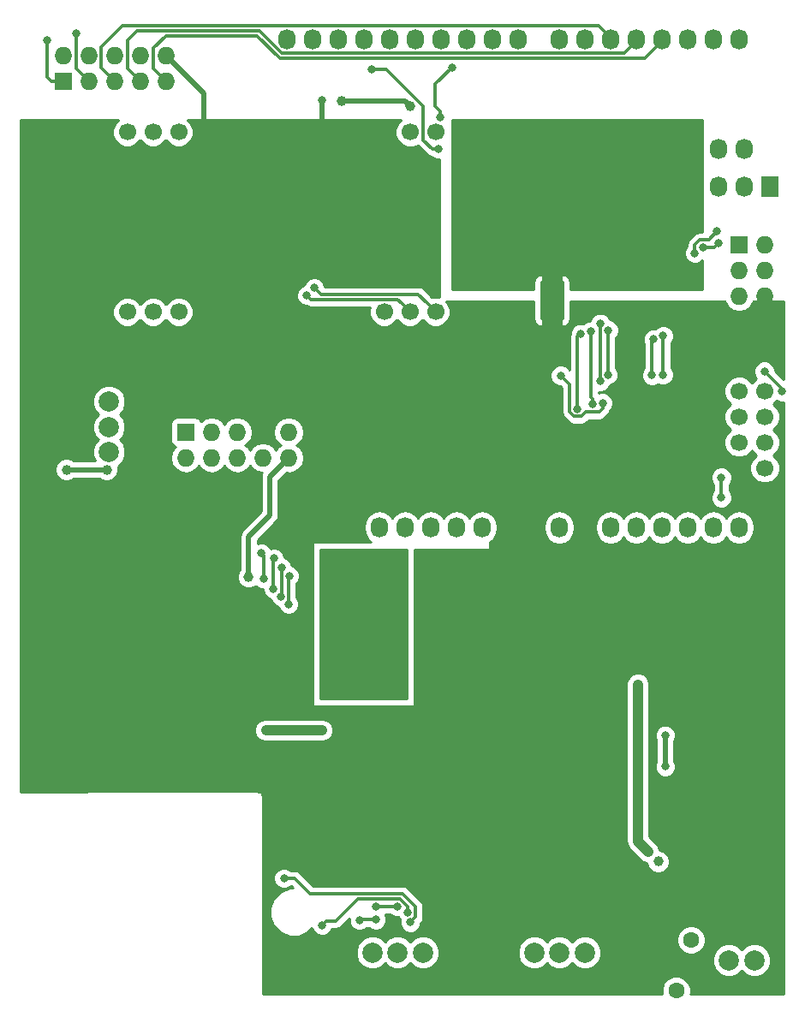
<source format=gbr>
G04 #@! TF.FileFunction,Copper,L2,Bot,Signal*
%FSLAX46Y46*%
G04 Gerber Fmt 4.6, Leading zero omitted, Abs format (unit mm)*
G04 Created by KiCad (PCBNEW (2016-08-24 BZR 7090, Git 532a5fb)-product) date 10/24/16 18:53:44*
%MOMM*%
%LPD*%
G01*
G04 APERTURE LIST*
%ADD10C,0.100000*%
%ADD11C,0.304800*%
%ADD12R,1.727200X1.727200*%
%ADD13O,1.727200X1.727200*%
%ADD14C,1.000000*%
%ADD15O,1.727200X2.032000*%
%ADD16C,1.700000*%
%ADD17C,1.600000*%
%ADD18R,1.727200X2.032000*%
%ADD19C,2.000000*%
%ADD20R,1.998980X1.998980*%
%ADD21C,0.800000*%
%ADD22C,0.500000*%
%ADD23C,0.300000*%
%ADD24C,1.000000*%
%ADD25C,0.254000*%
G04 APERTURE END LIST*
D10*
D11*
X157014000Y-99587000D02*
X157014000Y-103143000D01*
X156760000Y-103143000D02*
X156760000Y-99587000D01*
X156506000Y-99587000D02*
X156506000Y-103143000D01*
X156252000Y-103143000D02*
X156252000Y-99587000D01*
X155998000Y-99587000D02*
X155998000Y-103143000D01*
X155744000Y-103143000D02*
X155744000Y-99587000D01*
X155490000Y-99587000D02*
X155490000Y-103143000D01*
X155236000Y-103143000D02*
X155236000Y-99587000D01*
X154982000Y-99587000D02*
X154982000Y-103143000D01*
D12*
X119818000Y-114390000D03*
D13*
X119818000Y-116930000D03*
X122358000Y-114390000D03*
X122358000Y-116930000D03*
X124898000Y-114390000D03*
X124898000Y-116930000D03*
X127438000Y-114390000D03*
X127438000Y-116930000D03*
X129978000Y-114390000D03*
X129978000Y-116930000D03*
D14*
X139748000Y-140115000D03*
X139748000Y-135615000D03*
X139748000Y-134115000D03*
X139748000Y-132615000D03*
X139748000Y-131115000D03*
X139748000Y-129615000D03*
X139748000Y-128115000D03*
X137748000Y-140115000D03*
X137748000Y-135615000D03*
X137748000Y-134115000D03*
X137748000Y-132615000D03*
X137748000Y-131115000D03*
X137748000Y-129615000D03*
X137748000Y-128115000D03*
X135748000Y-140115000D03*
X135748000Y-138615000D03*
X135748000Y-137115000D03*
X135748000Y-135615000D03*
X135748000Y-134115000D03*
X135748000Y-132615000D03*
X135748000Y-131115000D03*
X135748000Y-129615000D03*
X135748000Y-128115000D03*
X133748000Y-140115000D03*
X133748000Y-138615000D03*
X133748000Y-137115000D03*
X133748000Y-135615000D03*
X133748000Y-134115000D03*
X133748000Y-132615000D03*
X133748000Y-131115000D03*
X133748000Y-129615000D03*
X133748000Y-128115000D03*
X139748000Y-126615000D03*
X137748000Y-126615000D03*
X135748000Y-126615000D03*
X133748000Y-126615000D03*
X147748000Y-136865000D03*
X147748000Y-134865000D03*
X147748000Y-132865000D03*
X171498000Y-149615000D03*
X173498000Y-149615000D03*
X175498000Y-149615000D03*
X177498000Y-149615000D03*
X169498000Y-149615000D03*
X169498000Y-147615000D03*
X169498000Y-145615000D03*
X169498000Y-143615000D03*
X169498000Y-141615000D03*
X171498000Y-147615000D03*
X171498000Y-145615000D03*
X171498000Y-143615000D03*
X171498000Y-141615000D03*
X175498000Y-147615000D03*
X175498000Y-145615000D03*
X175498000Y-143615000D03*
X175498000Y-141615000D03*
X177498000Y-147615000D03*
X177498000Y-145615000D03*
X177498000Y-143615000D03*
X177498000Y-141615000D03*
X173498000Y-147615000D03*
X173498000Y-145615000D03*
X173498000Y-143615000D03*
X173498000Y-141615000D03*
D15*
X138938000Y-123825000D03*
X141478000Y-123825000D03*
X144018000Y-123825000D03*
X146558000Y-123825000D03*
X149098000Y-123825000D03*
X151638000Y-123825000D03*
X154178000Y-123825000D03*
X156718000Y-123825000D03*
X161798000Y-123825000D03*
X164338000Y-123825000D03*
X166878000Y-123825000D03*
X169418000Y-123825000D03*
X171958000Y-123825000D03*
X174498000Y-123825000D03*
X129794000Y-75565000D03*
X132334000Y-75565000D03*
X134874000Y-75565000D03*
X137414000Y-75565000D03*
X139954000Y-75565000D03*
X142494000Y-75565000D03*
X145034000Y-75565000D03*
X147574000Y-75565000D03*
X150114000Y-75565000D03*
X152654000Y-75565000D03*
X156718000Y-75565000D03*
X159258000Y-75565000D03*
X161798000Y-75565000D03*
X164338000Y-75565000D03*
X166878000Y-75565000D03*
X169418000Y-75565000D03*
X171958000Y-75565000D03*
X174498000Y-75565000D03*
D12*
X174498000Y-95885000D03*
D13*
X177038000Y-95885000D03*
X174498000Y-98425000D03*
X177038000Y-98425000D03*
X174498000Y-100965000D03*
X177038000Y-100965000D03*
D16*
X174498000Y-117945000D03*
X177038000Y-117945000D03*
X174498000Y-115405000D03*
X177038000Y-115405000D03*
X174498000Y-112865000D03*
X177038000Y-112865000D03*
X174498000Y-110325000D03*
X177038000Y-110325000D03*
D17*
X169748000Y-164615000D03*
X168281330Y-169615000D03*
D18*
X169958000Y-86365000D03*
D15*
X172498000Y-86365000D03*
X175038000Y-86365000D03*
D19*
X175998000Y-166615000D03*
X173498000Y-166615000D03*
X159248000Y-165865000D03*
X156748000Y-165865000D03*
X154248000Y-165865000D03*
X112198000Y-116365000D03*
X112198000Y-113865000D03*
X112198000Y-111365000D03*
X112198000Y-108865000D03*
D18*
X177578000Y-90115000D03*
D15*
X175038000Y-90115000D03*
X172498000Y-90115000D03*
X169958000Y-90115000D03*
D16*
X144488000Y-84725000D03*
X141948000Y-84725000D03*
X139408000Y-84725000D03*
X139408000Y-102505000D03*
X141948000Y-102505000D03*
X144488000Y-102505000D03*
X114008000Y-102505000D03*
X116548000Y-102505000D03*
X119088000Y-102505000D03*
X119088000Y-84725000D03*
X116548000Y-84725000D03*
X114008000Y-84725000D03*
D19*
X143248000Y-165865000D03*
X140748000Y-165865000D03*
X138248000Y-165865000D03*
X135748000Y-165865000D03*
D12*
X107668000Y-79655000D03*
D13*
X107668000Y-77115000D03*
X110208000Y-79655000D03*
X110208000Y-77115000D03*
X112748000Y-79655000D03*
X112748000Y-77115000D03*
X115288000Y-79655000D03*
X115288000Y-77115000D03*
X117828000Y-79655000D03*
X117828000Y-77115000D03*
D20*
X155998000Y-103905000D03*
X155998000Y-98825000D03*
D21*
X148998000Y-116865000D03*
X133248000Y-81515000D03*
X146098000Y-142165000D03*
X141398000Y-151865000D03*
X139798000Y-151865000D03*
X132798000Y-153965000D03*
X146098000Y-154815000D03*
X146098000Y-157465000D03*
X152298000Y-169415000D03*
X145248000Y-169415000D03*
X128598000Y-169415000D03*
X133348000Y-169415000D03*
D14*
X107998000Y-118115000D03*
X111998000Y-118115000D03*
X125998000Y-128715010D03*
X141998000Y-82115000D03*
X135248000Y-81615000D03*
X133248000Y-143865000D03*
X127748000Y-143865000D03*
D21*
X158829497Y-104645286D03*
X158531863Y-112082915D03*
X159849747Y-104395620D03*
X160007556Y-111643188D03*
X167223000Y-144365000D03*
X167198000Y-147465000D03*
X131748000Y-100865000D03*
X132498000Y-100115000D03*
X144948000Y-83215010D03*
X146098000Y-78340000D03*
X106098000Y-75640000D03*
D14*
X164498000Y-140865000D03*
X164498000Y-139365000D03*
X165498000Y-155865000D03*
X166498000Y-156865000D03*
D21*
X170128082Y-96700397D03*
X172324051Y-94538949D03*
X148198000Y-91265000D03*
X152998000Y-93615000D03*
X165748000Y-99365000D03*
X159748000Y-88115000D03*
X152998000Y-95115000D03*
X152998000Y-86365000D03*
X152998000Y-87865000D03*
X152998000Y-89365000D03*
X152973000Y-90865000D03*
X168748000Y-99915000D03*
X144748000Y-86365000D03*
X138148000Y-78490000D03*
X108998000Y-74949000D03*
X160761133Y-103629750D03*
X130006897Y-128606103D03*
X129967643Y-131395317D03*
X160748000Y-109364990D03*
X133273000Y-163140000D03*
X141748000Y-161865000D03*
X129497960Y-158509669D03*
X161580614Y-104296057D03*
X129217633Y-130645337D03*
X129256887Y-127781742D03*
X161507950Y-108715005D03*
X141998000Y-162865000D03*
X172748000Y-120865021D03*
X172748000Y-118865000D03*
X127467663Y-128895337D03*
X127248000Y-126365000D03*
X160996244Y-111493187D03*
X176998000Y-108365000D03*
X178748000Y-110365000D03*
X156855822Y-108782408D03*
X128498000Y-126865000D03*
X128467663Y-129895337D03*
X136973000Y-162640000D03*
X138598000Y-162615000D03*
X166998000Y-104865000D03*
X166998000Y-108715010D03*
X172441582Y-95717154D03*
X170942648Y-96120322D03*
X166011390Y-105215225D03*
X165892668Y-108759668D03*
X138598000Y-161340000D03*
X140673000Y-161290000D03*
D22*
X121548000Y-80835000D02*
X121548000Y-85015000D01*
X117828000Y-77115000D02*
X121548000Y-80835000D01*
X154178000Y-107685000D02*
X155998000Y-105865000D01*
X155998000Y-105865000D02*
X155998000Y-103905000D01*
X154178000Y-123825000D02*
X154178000Y-107685000D01*
D23*
X172448000Y-117097081D02*
X172448000Y-105555000D01*
X172448000Y-105555000D02*
X177038000Y-100965000D01*
X174498000Y-117945000D02*
X173295919Y-117945000D01*
X173295919Y-117945000D02*
X172448000Y-117097081D01*
D22*
X133248000Y-84040000D02*
X133933000Y-84725000D01*
X133933000Y-84725000D02*
X139408000Y-84725000D01*
X133248000Y-81515000D02*
X133248000Y-84040000D01*
D24*
X127748000Y-143865000D02*
X133248000Y-143865000D01*
D22*
X125998000Y-128715010D02*
X125998000Y-124698981D01*
X125998000Y-124698981D02*
X128097061Y-122599920D01*
X128097061Y-122599920D02*
X128097061Y-118810939D01*
X128097061Y-118810939D02*
X129978000Y-116930000D01*
X111998000Y-118115000D02*
X107998000Y-118115000D01*
X141498000Y-81615000D02*
X141998000Y-82115000D01*
X135248000Y-81615000D02*
X141498000Y-81615000D01*
D23*
X158531863Y-104942920D02*
X158829497Y-104645286D01*
X158531863Y-112082915D02*
X158531863Y-104942920D01*
X159849747Y-110919694D02*
X159849747Y-104395620D01*
X160007556Y-111077503D02*
X159849747Y-110919694D01*
X160007556Y-111643188D02*
X160007556Y-111077503D01*
D22*
X167198000Y-147465000D02*
X167198000Y-144390000D01*
X167198000Y-144390000D02*
X167223000Y-144365000D01*
D23*
X131748000Y-100865000D02*
X132147999Y-101264999D01*
X132147999Y-101264999D02*
X140707999Y-101264999D01*
X140707999Y-101264999D02*
X141098001Y-101655001D01*
X141098001Y-101655001D02*
X141948000Y-102505000D01*
X132498000Y-100115000D02*
X133147989Y-100764989D01*
X133147989Y-100764989D02*
X142747989Y-100764989D01*
X142747989Y-100764989D02*
X143638001Y-101655001D01*
X143638001Y-101655001D02*
X144488000Y-102505000D01*
X144473000Y-82174325D02*
X144473000Y-79965000D01*
X144473000Y-79965000D02*
X146098000Y-78340000D01*
X144948000Y-83215010D02*
X144948000Y-82649325D01*
X144948000Y-82649325D02*
X144473000Y-82174325D01*
X144498000Y-84715000D02*
X144488000Y-84725000D01*
X106098000Y-75640000D02*
X106098000Y-79248600D01*
X106098000Y-79248600D02*
X106504400Y-79655000D01*
X106504400Y-79655000D02*
X107668000Y-79655000D01*
D24*
X164498000Y-154865000D02*
X164498000Y-139365000D01*
X165498000Y-155865000D02*
X164498000Y-154865000D01*
D23*
X171498000Y-95365000D02*
X170587968Y-95365000D01*
X170587968Y-95365000D02*
X170128082Y-95824886D01*
X170128082Y-95824886D02*
X170128082Y-96700397D01*
X172324051Y-94538949D02*
X171498000Y-95365000D01*
X155998000Y-98825000D02*
X155998000Y-97525510D01*
X155998000Y-97525510D02*
X153587490Y-95115000D01*
X153563685Y-95115000D02*
X152998000Y-95115000D01*
X153587490Y-95115000D02*
X153563685Y-95115000D01*
D22*
X155998000Y-98825000D02*
X155998000Y-97325510D01*
D23*
X144148000Y-86365000D02*
X144748000Y-86365000D01*
X143287999Y-82146997D02*
X143287999Y-85504999D01*
X143248000Y-82106998D02*
X143287999Y-82146997D01*
X138148000Y-78490000D02*
X139631002Y-78490000D01*
X143287999Y-85504999D02*
X144148000Y-86365000D01*
X139631002Y-78490000D02*
X143248000Y-82106998D01*
X108998000Y-74949000D02*
X108998000Y-75514685D01*
X108998000Y-75514685D02*
X108994399Y-75518286D01*
X108994399Y-75518286D02*
X108994399Y-78441399D01*
X108994399Y-78441399D02*
X109344401Y-78791401D01*
X109344401Y-78791401D02*
X110208000Y-79655000D01*
X113514010Y-74198990D02*
X111421601Y-76291399D01*
X111421601Y-76291399D02*
X111421601Y-78328601D01*
X111421601Y-78328601D02*
X111884401Y-78791401D01*
X111884401Y-78791401D02*
X112748000Y-79655000D01*
X161798000Y-75565000D02*
X161798000Y-75412600D01*
X161798000Y-75412600D02*
X160584390Y-74198990D01*
X160584390Y-74198990D02*
X113514010Y-74198990D01*
X114989000Y-74699000D02*
X127059297Y-74699000D01*
X127059297Y-74699000D02*
X129291307Y-76931010D01*
X129291307Y-76931010D02*
X163124390Y-76931010D01*
X163124390Y-76931010D02*
X164338000Y-75717400D01*
X164338000Y-75717400D02*
X164338000Y-75565000D01*
X115288000Y-79655000D02*
X114074399Y-78441399D01*
X114074399Y-78441399D02*
X114074399Y-75613601D01*
X114074399Y-75613601D02*
X114989000Y-74699000D01*
X126852187Y-75199010D02*
X117835062Y-75199010D01*
X117835062Y-75199010D02*
X116614399Y-76419673D01*
X116614399Y-76419673D02*
X116614399Y-78441399D01*
X116614399Y-78441399D02*
X116964401Y-78791401D01*
X116964401Y-78791401D02*
X117828000Y-79655000D01*
X129084197Y-77431020D02*
X126852187Y-75199010D01*
X166878000Y-75565000D02*
X166878000Y-75717400D01*
X166878000Y-75717400D02*
X165164380Y-77431020D01*
X165164380Y-77431020D02*
X129084197Y-77431020D01*
X133273000Y-163140000D02*
X133672999Y-162740001D01*
X136823001Y-160539999D02*
X140988684Y-160539999D01*
X133672999Y-162740001D02*
X134622999Y-162740001D01*
X134622999Y-162740001D02*
X136823001Y-160539999D01*
X140988684Y-160539999D02*
X141748000Y-161299315D01*
X141748000Y-161299315D02*
X141748000Y-161865000D01*
X160748000Y-103642883D02*
X160761133Y-103629750D01*
X160748000Y-109364990D02*
X160748000Y-103642883D01*
X129967643Y-131395317D02*
X129967643Y-128645357D01*
X129967643Y-128645357D02*
X130006897Y-128606103D01*
X129497960Y-158509669D02*
X130542669Y-158509669D01*
X130542669Y-158509669D02*
X132072989Y-160039989D01*
X132072989Y-160039989D02*
X136073011Y-160039989D01*
X161507950Y-104368721D02*
X161580614Y-104296057D01*
X161507950Y-108715005D02*
X161507950Y-104368721D01*
X129256887Y-127781742D02*
X129256887Y-130606083D01*
X129256887Y-130606083D02*
X129217633Y-130645337D01*
X141998000Y-162865000D02*
X142498001Y-162364999D01*
X142498001Y-162364999D02*
X142498001Y-161342196D01*
X142498001Y-161342196D02*
X141195794Y-160039989D01*
X141195794Y-160039989D02*
X136073011Y-160039989D01*
X172748000Y-120865021D02*
X172748000Y-118865000D01*
X127467663Y-126584663D02*
X127248000Y-126365000D01*
X127467663Y-128895337D02*
X127467663Y-126584663D01*
X157748000Y-112409054D02*
X157748000Y-109674586D01*
X157748000Y-109674586D02*
X156855822Y-108782408D01*
X160996244Y-111493187D02*
X160996244Y-112058872D01*
X160996244Y-112058872D02*
X160661927Y-112393189D01*
X160661927Y-112393189D02*
X159331591Y-112393189D01*
X159331591Y-112393189D02*
X158891864Y-112832916D01*
X158891864Y-112832916D02*
X158171862Y-112832916D01*
X158171862Y-112832916D02*
X157748000Y-112409054D01*
X178748000Y-110365000D02*
X178748000Y-110115000D01*
X178748000Y-110115000D02*
X176998000Y-108365000D01*
X128467663Y-129895337D02*
X128467663Y-126895337D01*
X128467663Y-126895337D02*
X128498000Y-126865000D01*
X138598000Y-162615000D02*
X136998000Y-162615000D01*
X136998000Y-162615000D02*
X136973000Y-162640000D01*
X166998000Y-108715010D02*
X166998000Y-104865000D01*
X170942648Y-96120322D02*
X172038414Y-96120322D01*
X172038414Y-96120322D02*
X172441582Y-95717154D01*
X165892668Y-108759668D02*
X165892668Y-105333947D01*
X165892668Y-105333947D02*
X166011390Y-105215225D01*
X140673000Y-161290000D02*
X138648000Y-161290000D01*
X138648000Y-161290000D02*
X138598000Y-161340000D01*
D25*
G36*
X112749812Y-83882717D02*
X112523258Y-84428319D01*
X112522743Y-85019089D01*
X112748344Y-85565086D01*
X113165717Y-85983188D01*
X113711319Y-86209742D01*
X114302089Y-86210257D01*
X114848086Y-85984656D01*
X115266188Y-85567283D01*
X115277748Y-85539443D01*
X115288344Y-85565086D01*
X115705717Y-85983188D01*
X116251319Y-86209742D01*
X116842089Y-86210257D01*
X117388086Y-85984656D01*
X117806188Y-85567283D01*
X117817748Y-85539443D01*
X117828344Y-85565086D01*
X118245717Y-85983188D01*
X118791319Y-86209742D01*
X119382089Y-86210257D01*
X119928086Y-85984656D01*
X120346188Y-85567283D01*
X120572742Y-85021681D01*
X120573257Y-84430911D01*
X120347656Y-83884914D01*
X119955427Y-83492000D01*
X141081211Y-83492000D01*
X140689812Y-83882717D01*
X140463258Y-84428319D01*
X140462743Y-85019089D01*
X140688344Y-85565086D01*
X141105717Y-85983188D01*
X141651319Y-86209742D01*
X142242089Y-86210257D01*
X142705363Y-86018836D01*
X142732920Y-86060078D01*
X143592921Y-86920079D01*
X143847593Y-87090245D01*
X144049670Y-87130441D01*
X144160954Y-87241919D01*
X144541223Y-87399820D01*
X144871000Y-87400108D01*
X144871000Y-101056101D01*
X144784681Y-101020258D01*
X144193911Y-101019743D01*
X144136587Y-101043429D01*
X143303068Y-100209910D01*
X143048396Y-100039744D01*
X142747989Y-99979989D01*
X133533118Y-99979989D01*
X133533179Y-99910029D01*
X133375942Y-99529485D01*
X133085046Y-99238081D01*
X132704777Y-99080180D01*
X132293029Y-99079821D01*
X131912485Y-99237058D01*
X131621081Y-99527954D01*
X131485941Y-99853409D01*
X131162485Y-99987058D01*
X130871081Y-100277954D01*
X130713180Y-100658223D01*
X130712821Y-101069971D01*
X130870058Y-101450515D01*
X131160954Y-101741919D01*
X131541223Y-101899820D01*
X131712486Y-101899969D01*
X131847592Y-101990244D01*
X132147999Y-102049999D01*
X137988998Y-102049999D01*
X137923258Y-102208319D01*
X137922743Y-102799089D01*
X138148344Y-103345086D01*
X138565717Y-103763188D01*
X139111319Y-103989742D01*
X139702089Y-103990257D01*
X140248086Y-103764656D01*
X140666188Y-103347283D01*
X140677748Y-103319443D01*
X140688344Y-103345086D01*
X141105717Y-103763188D01*
X141651319Y-103989742D01*
X142242089Y-103990257D01*
X142788086Y-103764656D01*
X143206188Y-103347283D01*
X143217748Y-103319443D01*
X143228344Y-103345086D01*
X143645717Y-103763188D01*
X144191319Y-103989742D01*
X144782089Y-103990257D01*
X145328086Y-103764656D01*
X145746188Y-103347283D01*
X145972742Y-102801681D01*
X145973257Y-102210911D01*
X145747656Y-101664914D01*
X145575043Y-101492000D01*
X154194600Y-101492000D01*
X154194600Y-103143000D01*
X154254537Y-103444325D01*
X154425224Y-103699776D01*
X154680675Y-103870463D01*
X154982000Y-103930400D01*
X155109000Y-103905138D01*
X155236000Y-103930400D01*
X155363000Y-103905138D01*
X155490000Y-103930400D01*
X155617000Y-103905138D01*
X155744000Y-103930400D01*
X155871000Y-103905138D01*
X155998000Y-103930400D01*
X156125000Y-103905138D01*
X156252000Y-103930400D01*
X156379000Y-103905138D01*
X156506000Y-103930400D01*
X156633000Y-103905138D01*
X156760000Y-103930400D01*
X156887000Y-103905138D01*
X157014000Y-103930400D01*
X157315325Y-103870463D01*
X157570776Y-103699776D01*
X157741463Y-103444325D01*
X157801400Y-103143000D01*
X157801400Y-101492000D01*
X173098387Y-101492000D01*
X173113474Y-101567848D01*
X173438330Y-102054029D01*
X173924511Y-102378885D01*
X174498000Y-102492959D01*
X175071489Y-102378885D01*
X175557670Y-102054029D01*
X175882526Y-101567848D01*
X175897613Y-101492000D01*
X178868000Y-101492000D01*
X178868000Y-109124842D01*
X178033066Y-108289908D01*
X178033179Y-108160029D01*
X177875942Y-107779485D01*
X177585046Y-107488081D01*
X177204777Y-107330180D01*
X176793029Y-107329821D01*
X176412485Y-107487058D01*
X176121081Y-107777954D01*
X175963180Y-108158223D01*
X175962821Y-108569971D01*
X176120058Y-108950515D01*
X176223948Y-109054587D01*
X176197914Y-109065344D01*
X175779812Y-109482717D01*
X175768252Y-109510557D01*
X175757656Y-109484914D01*
X175340283Y-109066812D01*
X174794681Y-108840258D01*
X174203911Y-108839743D01*
X173657914Y-109065344D01*
X173239812Y-109482717D01*
X173013258Y-110028319D01*
X173012743Y-110619089D01*
X173238344Y-111165086D01*
X173655717Y-111583188D01*
X173683557Y-111594748D01*
X173657914Y-111605344D01*
X173239812Y-112022717D01*
X173013258Y-112568319D01*
X173012743Y-113159089D01*
X173238344Y-113705086D01*
X173655717Y-114123188D01*
X173683557Y-114134748D01*
X173657914Y-114145344D01*
X173239812Y-114562717D01*
X173013258Y-115108319D01*
X173012743Y-115699089D01*
X173238344Y-116245086D01*
X173655717Y-116663188D01*
X174201319Y-116889742D01*
X174792089Y-116890257D01*
X175338086Y-116664656D01*
X175756188Y-116247283D01*
X175767748Y-116219443D01*
X175778344Y-116245086D01*
X176195717Y-116663188D01*
X176223557Y-116674748D01*
X176197914Y-116685344D01*
X175779812Y-117102717D01*
X175553258Y-117648319D01*
X175552743Y-118239089D01*
X175778344Y-118785086D01*
X176195717Y-119203188D01*
X176741319Y-119429742D01*
X177332089Y-119430257D01*
X177878086Y-119204656D01*
X178296188Y-118787283D01*
X178522742Y-118241681D01*
X178523257Y-117650911D01*
X178297656Y-117104914D01*
X177880283Y-116686812D01*
X177852443Y-116675252D01*
X177878086Y-116664656D01*
X178296188Y-116247283D01*
X178522742Y-115701681D01*
X178523257Y-115110911D01*
X178297656Y-114564914D01*
X177880283Y-114146812D01*
X177852443Y-114135252D01*
X177878086Y-114124656D01*
X178296188Y-113707283D01*
X178522742Y-113161681D01*
X178523257Y-112570911D01*
X178297656Y-112024914D01*
X177880283Y-111606812D01*
X177852443Y-111595252D01*
X177878086Y-111584656D01*
X178203658Y-111259651D01*
X178541223Y-111399820D01*
X178868000Y-111400105D01*
X178868000Y-121285000D01*
X178868029Y-121285143D01*
X178868000Y-121285287D01*
X178871000Y-128707318D01*
X178871000Y-169988000D01*
X169680241Y-169988000D01*
X169716080Y-169901691D01*
X169716578Y-169330813D01*
X169498573Y-168803200D01*
X169095253Y-168399176D01*
X168568021Y-168180250D01*
X167997143Y-168179752D01*
X167469530Y-168397757D01*
X167065506Y-168801077D01*
X166846580Y-169328309D01*
X166846082Y-169899187D01*
X166882779Y-169988000D01*
X155992655Y-169988000D01*
X127458000Y-169907012D01*
X127458000Y-166188795D01*
X136612716Y-166188795D01*
X136861106Y-166789943D01*
X137320637Y-167250278D01*
X137921352Y-167499716D01*
X138571795Y-167500284D01*
X139172943Y-167251894D01*
X139498164Y-166927241D01*
X139820637Y-167250278D01*
X140421352Y-167499716D01*
X141071795Y-167500284D01*
X141672943Y-167251894D01*
X141998164Y-166927241D01*
X142320637Y-167250278D01*
X142921352Y-167499716D01*
X143571795Y-167500284D01*
X144172943Y-167251894D01*
X144633278Y-166792363D01*
X144882716Y-166191648D01*
X144882718Y-166188795D01*
X152612716Y-166188795D01*
X152861106Y-166789943D01*
X153320637Y-167250278D01*
X153921352Y-167499716D01*
X154571795Y-167500284D01*
X155172943Y-167251894D01*
X155498164Y-166927241D01*
X155820637Y-167250278D01*
X156421352Y-167499716D01*
X157071795Y-167500284D01*
X157672943Y-167251894D01*
X157998164Y-166927241D01*
X158320637Y-167250278D01*
X158921352Y-167499716D01*
X159571795Y-167500284D01*
X160172943Y-167251894D01*
X160486589Y-166938795D01*
X171862716Y-166938795D01*
X172111106Y-167539943D01*
X172570637Y-168000278D01*
X173171352Y-168249716D01*
X173821795Y-168250284D01*
X174422943Y-168001894D01*
X174748164Y-167677241D01*
X175070637Y-168000278D01*
X175671352Y-168249716D01*
X176321795Y-168250284D01*
X176922943Y-168001894D01*
X177383278Y-167542363D01*
X177632716Y-166941648D01*
X177633284Y-166291205D01*
X177384894Y-165690057D01*
X176925363Y-165229722D01*
X176324648Y-164980284D01*
X175674205Y-164979716D01*
X175073057Y-165228106D01*
X174747836Y-165552759D01*
X174425363Y-165229722D01*
X173824648Y-164980284D01*
X173174205Y-164979716D01*
X172573057Y-165228106D01*
X172112722Y-165687637D01*
X171863284Y-166288352D01*
X171862716Y-166938795D01*
X160486589Y-166938795D01*
X160633278Y-166792363D01*
X160882716Y-166191648D01*
X160883284Y-165541205D01*
X160634894Y-164940057D01*
X160594096Y-164899187D01*
X168312752Y-164899187D01*
X168530757Y-165426800D01*
X168934077Y-165830824D01*
X169461309Y-166049750D01*
X170032187Y-166050248D01*
X170559800Y-165832243D01*
X170963824Y-165428923D01*
X171182750Y-164901691D01*
X171183248Y-164330813D01*
X170965243Y-163803200D01*
X170561923Y-163399176D01*
X170034691Y-163180250D01*
X169463813Y-163179752D01*
X168936200Y-163397757D01*
X168532176Y-163801077D01*
X168313250Y-164328309D01*
X168312752Y-164899187D01*
X160594096Y-164899187D01*
X160175363Y-164479722D01*
X159574648Y-164230284D01*
X158924205Y-164229716D01*
X158323057Y-164478106D01*
X157997836Y-164802759D01*
X157675363Y-164479722D01*
X157074648Y-164230284D01*
X156424205Y-164229716D01*
X155823057Y-164478106D01*
X155497836Y-164802759D01*
X155175363Y-164479722D01*
X154574648Y-164230284D01*
X153924205Y-164229716D01*
X153323057Y-164478106D01*
X152862722Y-164937637D01*
X152613284Y-165538352D01*
X152612716Y-166188795D01*
X144882718Y-166188795D01*
X144883284Y-165541205D01*
X144634894Y-164940057D01*
X144175363Y-164479722D01*
X143574648Y-164230284D01*
X142924205Y-164229716D01*
X142323057Y-164478106D01*
X141997836Y-164802759D01*
X141675363Y-164479722D01*
X141074648Y-164230284D01*
X140424205Y-164229716D01*
X139823057Y-164478106D01*
X139497836Y-164802759D01*
X139175363Y-164479722D01*
X138574648Y-164230284D01*
X137924205Y-164229716D01*
X137323057Y-164478106D01*
X136862722Y-164937637D01*
X136613284Y-165538352D01*
X136612716Y-166188795D01*
X127458000Y-166188795D01*
X127458000Y-162337325D01*
X128112587Y-162337325D01*
X128474916Y-163214229D01*
X129145242Y-163885726D01*
X130021513Y-164249585D01*
X130970325Y-164250413D01*
X131847229Y-163888084D01*
X132282637Y-163453435D01*
X132395058Y-163725515D01*
X132685954Y-164016919D01*
X133066223Y-164174820D01*
X133477971Y-164175179D01*
X133858515Y-164017942D01*
X134149919Y-163727046D01*
X134233815Y-163525001D01*
X134622999Y-163525001D01*
X134923406Y-163465246D01*
X135178078Y-163295080D01*
X135938091Y-162535067D01*
X135937821Y-162844971D01*
X136095058Y-163225515D01*
X136385954Y-163516919D01*
X136766223Y-163674820D01*
X137177971Y-163675179D01*
X137558515Y-163517942D01*
X137676663Y-163400000D01*
X137919195Y-163400000D01*
X138010954Y-163491919D01*
X138391223Y-163649820D01*
X138802971Y-163650179D01*
X139183515Y-163492942D01*
X139474919Y-163202046D01*
X139632820Y-162821777D01*
X139633179Y-162410029D01*
X139494748Y-162075000D01*
X139994195Y-162075000D01*
X140085954Y-162166919D01*
X140466223Y-162324820D01*
X140818249Y-162325127D01*
X140870058Y-162450515D01*
X140996735Y-162577413D01*
X140963180Y-162658223D01*
X140962821Y-163069971D01*
X141120058Y-163450515D01*
X141410954Y-163741919D01*
X141791223Y-163899820D01*
X142202971Y-163900179D01*
X142583515Y-163742942D01*
X142874919Y-163452046D01*
X143032820Y-163071777D01*
X143032935Y-162940223D01*
X143053080Y-162920078D01*
X143223246Y-162665406D01*
X143283001Y-162364999D01*
X143283001Y-161342196D01*
X143223246Y-161041790D01*
X143053080Y-160787117D01*
X141750873Y-159484910D01*
X141496201Y-159314744D01*
X141195794Y-159254989D01*
X132398147Y-159254989D01*
X131097748Y-157954590D01*
X130843076Y-157784424D01*
X130542669Y-157724669D01*
X130176765Y-157724669D01*
X130085006Y-157632750D01*
X129704737Y-157474849D01*
X129292989Y-157474490D01*
X128912445Y-157631727D01*
X128621041Y-157922623D01*
X128463140Y-158302892D01*
X128462781Y-158714640D01*
X128620018Y-159095184D01*
X128910914Y-159386588D01*
X129291183Y-159544489D01*
X129702931Y-159544848D01*
X130083475Y-159387611D01*
X130176579Y-159294669D01*
X130217511Y-159294669D01*
X130402758Y-159479916D01*
X130025675Y-159479587D01*
X129148771Y-159841916D01*
X128477274Y-160512242D01*
X128113415Y-161388513D01*
X128112587Y-162337325D01*
X127458000Y-162337325D01*
X127458000Y-150615000D01*
X127403954Y-150343295D01*
X127375000Y-150299962D01*
X127375000Y-150115000D01*
X127365333Y-150066399D01*
X127337803Y-150025197D01*
X127296601Y-149997667D01*
X127248000Y-149988000D01*
X127063038Y-149988000D01*
X127019705Y-149959046D01*
X126748000Y-149905000D01*
X110248000Y-149905000D01*
X109976295Y-149959046D01*
X109932962Y-149988000D01*
X103453000Y-149988000D01*
X103453000Y-144089775D01*
X126612803Y-144089775D01*
X126785233Y-144507086D01*
X127104235Y-144826645D01*
X127521244Y-144999803D01*
X127972775Y-145000197D01*
X127973252Y-145000000D01*
X133247009Y-145000000D01*
X133472775Y-145000197D01*
X133890086Y-144827767D01*
X134209645Y-144508765D01*
X134382803Y-144091756D01*
X134383197Y-143640225D01*
X134210767Y-143222914D01*
X133891765Y-142903355D01*
X133474756Y-142730197D01*
X133023225Y-142729803D01*
X133022748Y-142730000D01*
X127748990Y-142730000D01*
X127523225Y-142729803D01*
X127105914Y-142902233D01*
X126786355Y-143221235D01*
X126613197Y-143638244D01*
X126612803Y-144089775D01*
X103453000Y-144089775D01*
X103453000Y-118339775D01*
X106862803Y-118339775D01*
X107035233Y-118757086D01*
X107354235Y-119076645D01*
X107771244Y-119249803D01*
X108222775Y-119250197D01*
X108640086Y-119077767D01*
X108717989Y-119000000D01*
X111277724Y-119000000D01*
X111354235Y-119076645D01*
X111771244Y-119249803D01*
X112222775Y-119250197D01*
X112640086Y-119077767D01*
X112959645Y-118758765D01*
X113132803Y-118341756D01*
X113133197Y-117890225D01*
X113082880Y-117768448D01*
X113122943Y-117751894D01*
X113583278Y-117292363D01*
X113733743Y-116930000D01*
X118290041Y-116930000D01*
X118404115Y-117503489D01*
X118728971Y-117989670D01*
X119215152Y-118314526D01*
X119788641Y-118428600D01*
X119847359Y-118428600D01*
X120420848Y-118314526D01*
X120907029Y-117989670D01*
X121088000Y-117718828D01*
X121268971Y-117989670D01*
X121755152Y-118314526D01*
X122328641Y-118428600D01*
X122387359Y-118428600D01*
X122960848Y-118314526D01*
X123447029Y-117989670D01*
X123628000Y-117718828D01*
X123808971Y-117989670D01*
X124295152Y-118314526D01*
X124868641Y-118428600D01*
X124927359Y-118428600D01*
X125500848Y-118314526D01*
X125987029Y-117989670D01*
X126168000Y-117718828D01*
X126348971Y-117989670D01*
X126835152Y-118314526D01*
X127320339Y-118411036D01*
X127279428Y-118472264D01*
X127279428Y-118472265D01*
X127212060Y-118810939D01*
X127212061Y-118810944D01*
X127212061Y-122233341D01*
X125372210Y-124073191D01*
X125180367Y-124360306D01*
X125180367Y-124360307D01*
X125112999Y-124698981D01*
X125113000Y-124698986D01*
X125113000Y-127994734D01*
X125036355Y-128071245D01*
X124863197Y-128488254D01*
X124862803Y-128939785D01*
X125035233Y-129357096D01*
X125354235Y-129676655D01*
X125771244Y-129849813D01*
X126222775Y-129850207D01*
X126640086Y-129677777D01*
X126713322Y-129604669D01*
X126880617Y-129772256D01*
X127260886Y-129930157D01*
X127432632Y-129930307D01*
X127432484Y-130100308D01*
X127589721Y-130480852D01*
X127880617Y-130772256D01*
X128206036Y-130907381D01*
X128339691Y-131230852D01*
X128630587Y-131522256D01*
X128956064Y-131657406D01*
X129089701Y-131980832D01*
X129380597Y-132272236D01*
X129760866Y-132430137D01*
X130172614Y-132430496D01*
X130553158Y-132273259D01*
X130844562Y-131982363D01*
X131002463Y-131602094D01*
X131002822Y-131190346D01*
X130845585Y-130809802D01*
X130752643Y-130716698D01*
X130752643Y-129324093D01*
X130883816Y-129193149D01*
X131041717Y-128812880D01*
X131042076Y-128401132D01*
X130884839Y-128020588D01*
X130593943Y-127729184D01*
X130292042Y-127603824D01*
X130292066Y-127576771D01*
X130134829Y-127196227D01*
X129843933Y-126904823D01*
X129533078Y-126775745D01*
X129533179Y-126660029D01*
X129375942Y-126279485D01*
X129085046Y-125988081D01*
X128704777Y-125830180D01*
X128293029Y-125829821D01*
X128168073Y-125881451D01*
X128125942Y-125779485D01*
X127835046Y-125488081D01*
X127538634Y-125365000D01*
X132371000Y-125365000D01*
X132371000Y-141365000D01*
X132380667Y-141413601D01*
X132408197Y-141454803D01*
X132449399Y-141482333D01*
X132498000Y-141492000D01*
X142248000Y-141492000D01*
X142296601Y-141482333D01*
X142337803Y-141454803D01*
X142365333Y-141413601D01*
X142375000Y-141365000D01*
X142375000Y-139589775D01*
X163362803Y-139589775D01*
X163363000Y-139590252D01*
X163363000Y-140864010D01*
X163362803Y-141089775D01*
X163363000Y-141090252D01*
X163363000Y-154865000D01*
X163449397Y-155299346D01*
X163537135Y-155430655D01*
X163695434Y-155667566D01*
X164695434Y-156667567D01*
X164854235Y-156826645D01*
X165271244Y-156999803D01*
X165362881Y-156999883D01*
X165362803Y-157089775D01*
X165535233Y-157507086D01*
X165854235Y-157826645D01*
X166271244Y-157999803D01*
X166722775Y-158000197D01*
X167140086Y-157827767D01*
X167459645Y-157508765D01*
X167632803Y-157091756D01*
X167633197Y-156640225D01*
X167460767Y-156222914D01*
X167141765Y-155903355D01*
X166724756Y-155730197D01*
X166633119Y-155730117D01*
X166633197Y-155640225D01*
X166460767Y-155222914D01*
X166141765Y-154903355D01*
X166141291Y-154903158D01*
X165633000Y-154394868D01*
X165633000Y-147669971D01*
X166162821Y-147669971D01*
X166320058Y-148050515D01*
X166610954Y-148341919D01*
X166991223Y-148499820D01*
X167402971Y-148500179D01*
X167783515Y-148342942D01*
X168074919Y-148052046D01*
X168232820Y-147671777D01*
X168233179Y-147260029D01*
X168083000Y-146896567D01*
X168083000Y-144968936D01*
X168099919Y-144952046D01*
X168257820Y-144571777D01*
X168258179Y-144160029D01*
X168100942Y-143779485D01*
X167810046Y-143488081D01*
X167429777Y-143330180D01*
X167018029Y-143329821D01*
X166637485Y-143487058D01*
X166346081Y-143777954D01*
X166188180Y-144158223D01*
X166187821Y-144569971D01*
X166313000Y-144872928D01*
X166313000Y-146897415D01*
X166163180Y-147258223D01*
X166162821Y-147669971D01*
X165633000Y-147669971D01*
X165633000Y-140865991D01*
X165633197Y-140640225D01*
X165633000Y-140639748D01*
X165633000Y-139365991D01*
X165633197Y-139140225D01*
X165460767Y-138722914D01*
X165141765Y-138403355D01*
X164724756Y-138230197D01*
X164273225Y-138229803D01*
X163855914Y-138402233D01*
X163536355Y-138721235D01*
X163363197Y-139138244D01*
X163362803Y-139589775D01*
X142375000Y-139589775D01*
X142375000Y-125992000D01*
X149748000Y-125992000D01*
X149796601Y-125982333D01*
X149837803Y-125954803D01*
X149865333Y-125913601D01*
X149874997Y-125864117D01*
X149871521Y-125364117D01*
X149861516Y-125315585D01*
X149838979Y-125282358D01*
X150157670Y-125069415D01*
X150482526Y-124583234D01*
X150596600Y-124009745D01*
X150596600Y-123640255D01*
X155219400Y-123640255D01*
X155219400Y-124009745D01*
X155333474Y-124583234D01*
X155658330Y-125069415D01*
X156144511Y-125394271D01*
X156718000Y-125508345D01*
X157291489Y-125394271D01*
X157777670Y-125069415D01*
X158102526Y-124583234D01*
X158216600Y-124009745D01*
X158216600Y-123640255D01*
X160299400Y-123640255D01*
X160299400Y-124009745D01*
X160413474Y-124583234D01*
X160738330Y-125069415D01*
X161224511Y-125394271D01*
X161798000Y-125508345D01*
X162371489Y-125394271D01*
X162857670Y-125069415D01*
X163068000Y-124754634D01*
X163278330Y-125069415D01*
X163764511Y-125394271D01*
X164338000Y-125508345D01*
X164911489Y-125394271D01*
X165397670Y-125069415D01*
X165608000Y-124754634D01*
X165818330Y-125069415D01*
X166304511Y-125394271D01*
X166878000Y-125508345D01*
X167451489Y-125394271D01*
X167937670Y-125069415D01*
X168148000Y-124754634D01*
X168358330Y-125069415D01*
X168844511Y-125394271D01*
X169418000Y-125508345D01*
X169991489Y-125394271D01*
X170477670Y-125069415D01*
X170688000Y-124754634D01*
X170898330Y-125069415D01*
X171384511Y-125394271D01*
X171958000Y-125508345D01*
X172531489Y-125394271D01*
X173017670Y-125069415D01*
X173228000Y-124754634D01*
X173438330Y-125069415D01*
X173924511Y-125394271D01*
X174498000Y-125508345D01*
X175071489Y-125394271D01*
X175557670Y-125069415D01*
X175882526Y-124583234D01*
X175996600Y-124009745D01*
X175996600Y-123640255D01*
X175882526Y-123066766D01*
X175557670Y-122580585D01*
X175071489Y-122255729D01*
X174498000Y-122141655D01*
X173924511Y-122255729D01*
X173438330Y-122580585D01*
X173228000Y-122895366D01*
X173017670Y-122580585D01*
X172531489Y-122255729D01*
X171958000Y-122141655D01*
X171384511Y-122255729D01*
X170898330Y-122580585D01*
X170688000Y-122895366D01*
X170477670Y-122580585D01*
X169991489Y-122255729D01*
X169418000Y-122141655D01*
X168844511Y-122255729D01*
X168358330Y-122580585D01*
X168148000Y-122895366D01*
X167937670Y-122580585D01*
X167451489Y-122255729D01*
X166878000Y-122141655D01*
X166304511Y-122255729D01*
X165818330Y-122580585D01*
X165608000Y-122895366D01*
X165397670Y-122580585D01*
X164911489Y-122255729D01*
X164338000Y-122141655D01*
X163764511Y-122255729D01*
X163278330Y-122580585D01*
X163068000Y-122895366D01*
X162857670Y-122580585D01*
X162371489Y-122255729D01*
X161798000Y-122141655D01*
X161224511Y-122255729D01*
X160738330Y-122580585D01*
X160413474Y-123066766D01*
X160299400Y-123640255D01*
X158216600Y-123640255D01*
X158102526Y-123066766D01*
X157777670Y-122580585D01*
X157291489Y-122255729D01*
X156718000Y-122141655D01*
X156144511Y-122255729D01*
X155658330Y-122580585D01*
X155333474Y-123066766D01*
X155219400Y-123640255D01*
X150596600Y-123640255D01*
X150482526Y-123066766D01*
X150157670Y-122580585D01*
X149671489Y-122255729D01*
X149098000Y-122141655D01*
X148524511Y-122255729D01*
X148038330Y-122580585D01*
X147828000Y-122895366D01*
X147617670Y-122580585D01*
X147131489Y-122255729D01*
X146558000Y-122141655D01*
X145984511Y-122255729D01*
X145498330Y-122580585D01*
X145288000Y-122895366D01*
X145077670Y-122580585D01*
X144591489Y-122255729D01*
X144018000Y-122141655D01*
X143444511Y-122255729D01*
X142958330Y-122580585D01*
X142748000Y-122895366D01*
X142537670Y-122580585D01*
X142051489Y-122255729D01*
X141478000Y-122141655D01*
X140904511Y-122255729D01*
X140418330Y-122580585D01*
X140208000Y-122895366D01*
X139997670Y-122580585D01*
X139511489Y-122255729D01*
X138938000Y-122141655D01*
X138364511Y-122255729D01*
X137878330Y-122580585D01*
X137553474Y-123066766D01*
X137439400Y-123640255D01*
X137439400Y-124009745D01*
X137553474Y-124583234D01*
X137878330Y-125069415D01*
X138130635Y-125238000D01*
X132498000Y-125238000D01*
X132449399Y-125247667D01*
X132408197Y-125275197D01*
X132380667Y-125316399D01*
X132371000Y-125365000D01*
X127538634Y-125365000D01*
X127454777Y-125330180D01*
X127043029Y-125329821D01*
X126883000Y-125395943D01*
X126883000Y-125065561D01*
X128722848Y-123225712D01*
X128722851Y-123225710D01*
X128914694Y-122938595D01*
X128914695Y-122938594D01*
X128982062Y-122599920D01*
X128982061Y-122599915D01*
X128982061Y-119177519D01*
X129089609Y-119069971D01*
X171712821Y-119069971D01*
X171870058Y-119450515D01*
X171963000Y-119543619D01*
X171963000Y-120186216D01*
X171871081Y-120277975D01*
X171713180Y-120658244D01*
X171712821Y-121069992D01*
X171870058Y-121450536D01*
X172160954Y-121741940D01*
X172541223Y-121899841D01*
X172952971Y-121900200D01*
X173333515Y-121742963D01*
X173624919Y-121452067D01*
X173782820Y-121071798D01*
X173783179Y-120660050D01*
X173625942Y-120279506D01*
X173533000Y-120186402D01*
X173533000Y-119543805D01*
X173624919Y-119452046D01*
X173782820Y-119071777D01*
X173783179Y-118660029D01*
X173625942Y-118279485D01*
X173335046Y-117988081D01*
X172954777Y-117830180D01*
X172543029Y-117829821D01*
X172162485Y-117987058D01*
X171871081Y-118277954D01*
X171713180Y-118658223D01*
X171712821Y-119069971D01*
X129089609Y-119069971D01*
X129767092Y-118392488D01*
X129948641Y-118428600D01*
X130007359Y-118428600D01*
X130580848Y-118314526D01*
X131067029Y-117989670D01*
X131391885Y-117503489D01*
X131505959Y-116930000D01*
X131391885Y-116356511D01*
X131067029Y-115870330D01*
X130752248Y-115660000D01*
X131067029Y-115449670D01*
X131391885Y-114963489D01*
X131505959Y-114390000D01*
X131391885Y-113816511D01*
X131067029Y-113330330D01*
X130580848Y-113005474D01*
X130007359Y-112891400D01*
X129948641Y-112891400D01*
X129375152Y-113005474D01*
X128888971Y-113330330D01*
X128564115Y-113816511D01*
X128450041Y-114390000D01*
X128564115Y-114963489D01*
X128888971Y-115449670D01*
X129203752Y-115660000D01*
X128888971Y-115870330D01*
X128708000Y-116141172D01*
X128527029Y-115870330D01*
X128040848Y-115545474D01*
X127467359Y-115431400D01*
X127408641Y-115431400D01*
X126835152Y-115545474D01*
X126348971Y-115870330D01*
X126168000Y-116141172D01*
X125987029Y-115870330D01*
X125672248Y-115660000D01*
X125987029Y-115449670D01*
X126311885Y-114963489D01*
X126425959Y-114390000D01*
X126311885Y-113816511D01*
X125987029Y-113330330D01*
X125500848Y-113005474D01*
X124927359Y-112891400D01*
X124868641Y-112891400D01*
X124295152Y-113005474D01*
X123808971Y-113330330D01*
X123628000Y-113601172D01*
X123447029Y-113330330D01*
X122960848Y-113005474D01*
X122387359Y-112891400D01*
X122328641Y-112891400D01*
X121755152Y-113005474D01*
X121287568Y-113317904D01*
X121279757Y-113278635D01*
X121139409Y-113068591D01*
X120929365Y-112928243D01*
X120681600Y-112878960D01*
X118954400Y-112878960D01*
X118706635Y-112928243D01*
X118496591Y-113068591D01*
X118356243Y-113278635D01*
X118306960Y-113526400D01*
X118306960Y-115253600D01*
X118356243Y-115501365D01*
X118496591Y-115711409D01*
X118706635Y-115851757D01*
X118745267Y-115859441D01*
X118728971Y-115870330D01*
X118404115Y-116356511D01*
X118290041Y-116930000D01*
X113733743Y-116930000D01*
X113832716Y-116691648D01*
X113833284Y-116041205D01*
X113584894Y-115440057D01*
X113260241Y-115114836D01*
X113583278Y-114792363D01*
X113832716Y-114191648D01*
X113833284Y-113541205D01*
X113584894Y-112940057D01*
X113260241Y-112614836D01*
X113583278Y-112292363D01*
X113832716Y-111691648D01*
X113833284Y-111041205D01*
X113584894Y-110440057D01*
X113125363Y-109979722D01*
X112524648Y-109730284D01*
X111874205Y-109729716D01*
X111273057Y-109978106D01*
X110812722Y-110437637D01*
X110563284Y-111038352D01*
X110562716Y-111688795D01*
X110811106Y-112289943D01*
X111135759Y-112615164D01*
X110812722Y-112937637D01*
X110563284Y-113538352D01*
X110562716Y-114188795D01*
X110811106Y-114789943D01*
X111135759Y-115115164D01*
X110812722Y-115437637D01*
X110563284Y-116038352D01*
X110562716Y-116688795D01*
X110786338Y-117230000D01*
X108718276Y-117230000D01*
X108641765Y-117153355D01*
X108224756Y-116980197D01*
X107773225Y-116979803D01*
X107355914Y-117152233D01*
X107036355Y-117471235D01*
X106863197Y-117888244D01*
X106862803Y-118339775D01*
X103453000Y-118339775D01*
X103453000Y-108987379D01*
X155820643Y-108987379D01*
X155977880Y-109367923D01*
X156268776Y-109659327D01*
X156649045Y-109817228D01*
X156780599Y-109817343D01*
X156963000Y-109999744D01*
X156963000Y-112409054D01*
X157022755Y-112709461D01*
X157192921Y-112964133D01*
X157616783Y-113387995D01*
X157871455Y-113558161D01*
X158171862Y-113617916D01*
X158891864Y-113617916D01*
X159192271Y-113558161D01*
X159446943Y-113387995D01*
X159656749Y-113178189D01*
X160661927Y-113178189D01*
X160962334Y-113118434D01*
X161217006Y-112948268D01*
X161551323Y-112613951D01*
X161721489Y-112359278D01*
X161753169Y-112200018D01*
X161873163Y-112080233D01*
X162031064Y-111699964D01*
X162031423Y-111288216D01*
X161874186Y-110907672D01*
X161583290Y-110616268D01*
X161203021Y-110458367D01*
X160791273Y-110458008D01*
X160634747Y-110522683D01*
X160634747Y-110399892D01*
X160952971Y-110400169D01*
X161333515Y-110242932D01*
X161624919Y-109952036D01*
X161708737Y-109750180D01*
X161712921Y-109750184D01*
X162093465Y-109592947D01*
X162384869Y-109302051D01*
X162524974Y-108964639D01*
X164857489Y-108964639D01*
X165014726Y-109345183D01*
X165305622Y-109636587D01*
X165685891Y-109794488D01*
X166097639Y-109794847D01*
X166478183Y-109637610D01*
X166490751Y-109625064D01*
X166791223Y-109749830D01*
X167202971Y-109750189D01*
X167583515Y-109592952D01*
X167874919Y-109302056D01*
X168032820Y-108921787D01*
X168033179Y-108510039D01*
X167875942Y-108129495D01*
X167783000Y-108036391D01*
X167783000Y-105543805D01*
X167874919Y-105452046D01*
X168032820Y-105071777D01*
X168033179Y-104660029D01*
X167875942Y-104279485D01*
X167585046Y-103988081D01*
X167204777Y-103830180D01*
X166793029Y-103829821D01*
X166412485Y-103987058D01*
X166218614Y-104180591D01*
X166218167Y-104180405D01*
X165806419Y-104180046D01*
X165425875Y-104337283D01*
X165134471Y-104628179D01*
X164976570Y-105008448D01*
X164976211Y-105420196D01*
X165107668Y-105738347D01*
X165107668Y-108080863D01*
X165015749Y-108172622D01*
X164857848Y-108552891D01*
X164857489Y-108964639D01*
X162524974Y-108964639D01*
X162542770Y-108921782D01*
X162543129Y-108510034D01*
X162385892Y-108129490D01*
X162292950Y-108036386D01*
X162292950Y-105047399D01*
X162457533Y-104883103D01*
X162615434Y-104502834D01*
X162615793Y-104091086D01*
X162458556Y-103710542D01*
X162167660Y-103419138D01*
X161787391Y-103261237D01*
X161728717Y-103261186D01*
X161639075Y-103044235D01*
X161348179Y-102752831D01*
X160967910Y-102594930D01*
X160556162Y-102594571D01*
X160175618Y-102751808D01*
X159884214Y-103042704D01*
X159752240Y-103360535D01*
X159644776Y-103360441D01*
X159264232Y-103517678D01*
X159131621Y-103650058D01*
X159036274Y-103610466D01*
X158624526Y-103610107D01*
X158243982Y-103767344D01*
X157952578Y-104058240D01*
X157794677Y-104438509D01*
X157794446Y-104703707D01*
X157746863Y-104942920D01*
X157746863Y-108228595D01*
X157733764Y-108196893D01*
X157442868Y-107905489D01*
X157062599Y-107747588D01*
X156650851Y-107747229D01*
X156270307Y-107904466D01*
X155978903Y-108195362D01*
X155821002Y-108575631D01*
X155820643Y-108987379D01*
X103453000Y-108987379D01*
X103453000Y-102799089D01*
X112522743Y-102799089D01*
X112748344Y-103345086D01*
X113165717Y-103763188D01*
X113711319Y-103989742D01*
X114302089Y-103990257D01*
X114848086Y-103764656D01*
X115266188Y-103347283D01*
X115277748Y-103319443D01*
X115288344Y-103345086D01*
X115705717Y-103763188D01*
X116251319Y-103989742D01*
X116842089Y-103990257D01*
X117388086Y-103764656D01*
X117806188Y-103347283D01*
X117817748Y-103319443D01*
X117828344Y-103345086D01*
X118245717Y-103763188D01*
X118791319Y-103989742D01*
X119382089Y-103990257D01*
X119928086Y-103764656D01*
X120346188Y-103347283D01*
X120572742Y-102801681D01*
X120573257Y-102210911D01*
X120347656Y-101664914D01*
X119930283Y-101246812D01*
X119384681Y-101020258D01*
X118793911Y-101019743D01*
X118247914Y-101245344D01*
X117829812Y-101662717D01*
X117818252Y-101690557D01*
X117807656Y-101664914D01*
X117390283Y-101246812D01*
X116844681Y-101020258D01*
X116253911Y-101019743D01*
X115707914Y-101245344D01*
X115289812Y-101662717D01*
X115278252Y-101690557D01*
X115267656Y-101664914D01*
X114850283Y-101246812D01*
X114304681Y-101020258D01*
X113713911Y-101019743D01*
X113167914Y-101245344D01*
X112749812Y-101662717D01*
X112523258Y-102208319D01*
X112522743Y-102799089D01*
X103453000Y-102799089D01*
X103453000Y-83492000D01*
X113141211Y-83492000D01*
X112749812Y-83882717D01*
X112749812Y-83882717D01*
G37*
X112749812Y-83882717D02*
X112523258Y-84428319D01*
X112522743Y-85019089D01*
X112748344Y-85565086D01*
X113165717Y-85983188D01*
X113711319Y-86209742D01*
X114302089Y-86210257D01*
X114848086Y-85984656D01*
X115266188Y-85567283D01*
X115277748Y-85539443D01*
X115288344Y-85565086D01*
X115705717Y-85983188D01*
X116251319Y-86209742D01*
X116842089Y-86210257D01*
X117388086Y-85984656D01*
X117806188Y-85567283D01*
X117817748Y-85539443D01*
X117828344Y-85565086D01*
X118245717Y-85983188D01*
X118791319Y-86209742D01*
X119382089Y-86210257D01*
X119928086Y-85984656D01*
X120346188Y-85567283D01*
X120572742Y-85021681D01*
X120573257Y-84430911D01*
X120347656Y-83884914D01*
X119955427Y-83492000D01*
X141081211Y-83492000D01*
X140689812Y-83882717D01*
X140463258Y-84428319D01*
X140462743Y-85019089D01*
X140688344Y-85565086D01*
X141105717Y-85983188D01*
X141651319Y-86209742D01*
X142242089Y-86210257D01*
X142705363Y-86018836D01*
X142732920Y-86060078D01*
X143592921Y-86920079D01*
X143847593Y-87090245D01*
X144049670Y-87130441D01*
X144160954Y-87241919D01*
X144541223Y-87399820D01*
X144871000Y-87400108D01*
X144871000Y-101056101D01*
X144784681Y-101020258D01*
X144193911Y-101019743D01*
X144136587Y-101043429D01*
X143303068Y-100209910D01*
X143048396Y-100039744D01*
X142747989Y-99979989D01*
X133533118Y-99979989D01*
X133533179Y-99910029D01*
X133375942Y-99529485D01*
X133085046Y-99238081D01*
X132704777Y-99080180D01*
X132293029Y-99079821D01*
X131912485Y-99237058D01*
X131621081Y-99527954D01*
X131485941Y-99853409D01*
X131162485Y-99987058D01*
X130871081Y-100277954D01*
X130713180Y-100658223D01*
X130712821Y-101069971D01*
X130870058Y-101450515D01*
X131160954Y-101741919D01*
X131541223Y-101899820D01*
X131712486Y-101899969D01*
X131847592Y-101990244D01*
X132147999Y-102049999D01*
X137988998Y-102049999D01*
X137923258Y-102208319D01*
X137922743Y-102799089D01*
X138148344Y-103345086D01*
X138565717Y-103763188D01*
X139111319Y-103989742D01*
X139702089Y-103990257D01*
X140248086Y-103764656D01*
X140666188Y-103347283D01*
X140677748Y-103319443D01*
X140688344Y-103345086D01*
X141105717Y-103763188D01*
X141651319Y-103989742D01*
X142242089Y-103990257D01*
X142788086Y-103764656D01*
X143206188Y-103347283D01*
X143217748Y-103319443D01*
X143228344Y-103345086D01*
X143645717Y-103763188D01*
X144191319Y-103989742D01*
X144782089Y-103990257D01*
X145328086Y-103764656D01*
X145746188Y-103347283D01*
X145972742Y-102801681D01*
X145973257Y-102210911D01*
X145747656Y-101664914D01*
X145575043Y-101492000D01*
X154194600Y-101492000D01*
X154194600Y-103143000D01*
X154254537Y-103444325D01*
X154425224Y-103699776D01*
X154680675Y-103870463D01*
X154982000Y-103930400D01*
X155109000Y-103905138D01*
X155236000Y-103930400D01*
X155363000Y-103905138D01*
X155490000Y-103930400D01*
X155617000Y-103905138D01*
X155744000Y-103930400D01*
X155871000Y-103905138D01*
X155998000Y-103930400D01*
X156125000Y-103905138D01*
X156252000Y-103930400D01*
X156379000Y-103905138D01*
X156506000Y-103930400D01*
X156633000Y-103905138D01*
X156760000Y-103930400D01*
X156887000Y-103905138D01*
X157014000Y-103930400D01*
X157315325Y-103870463D01*
X157570776Y-103699776D01*
X157741463Y-103444325D01*
X157801400Y-103143000D01*
X157801400Y-101492000D01*
X173098387Y-101492000D01*
X173113474Y-101567848D01*
X173438330Y-102054029D01*
X173924511Y-102378885D01*
X174498000Y-102492959D01*
X175071489Y-102378885D01*
X175557670Y-102054029D01*
X175882526Y-101567848D01*
X175897613Y-101492000D01*
X178868000Y-101492000D01*
X178868000Y-109124842D01*
X178033066Y-108289908D01*
X178033179Y-108160029D01*
X177875942Y-107779485D01*
X177585046Y-107488081D01*
X177204777Y-107330180D01*
X176793029Y-107329821D01*
X176412485Y-107487058D01*
X176121081Y-107777954D01*
X175963180Y-108158223D01*
X175962821Y-108569971D01*
X176120058Y-108950515D01*
X176223948Y-109054587D01*
X176197914Y-109065344D01*
X175779812Y-109482717D01*
X175768252Y-109510557D01*
X175757656Y-109484914D01*
X175340283Y-109066812D01*
X174794681Y-108840258D01*
X174203911Y-108839743D01*
X173657914Y-109065344D01*
X173239812Y-109482717D01*
X173013258Y-110028319D01*
X173012743Y-110619089D01*
X173238344Y-111165086D01*
X173655717Y-111583188D01*
X173683557Y-111594748D01*
X173657914Y-111605344D01*
X173239812Y-112022717D01*
X173013258Y-112568319D01*
X173012743Y-113159089D01*
X173238344Y-113705086D01*
X173655717Y-114123188D01*
X173683557Y-114134748D01*
X173657914Y-114145344D01*
X173239812Y-114562717D01*
X173013258Y-115108319D01*
X173012743Y-115699089D01*
X173238344Y-116245086D01*
X173655717Y-116663188D01*
X174201319Y-116889742D01*
X174792089Y-116890257D01*
X175338086Y-116664656D01*
X175756188Y-116247283D01*
X175767748Y-116219443D01*
X175778344Y-116245086D01*
X176195717Y-116663188D01*
X176223557Y-116674748D01*
X176197914Y-116685344D01*
X175779812Y-117102717D01*
X175553258Y-117648319D01*
X175552743Y-118239089D01*
X175778344Y-118785086D01*
X176195717Y-119203188D01*
X176741319Y-119429742D01*
X177332089Y-119430257D01*
X177878086Y-119204656D01*
X178296188Y-118787283D01*
X178522742Y-118241681D01*
X178523257Y-117650911D01*
X178297656Y-117104914D01*
X177880283Y-116686812D01*
X177852443Y-116675252D01*
X177878086Y-116664656D01*
X178296188Y-116247283D01*
X178522742Y-115701681D01*
X178523257Y-115110911D01*
X178297656Y-114564914D01*
X177880283Y-114146812D01*
X177852443Y-114135252D01*
X177878086Y-114124656D01*
X178296188Y-113707283D01*
X178522742Y-113161681D01*
X178523257Y-112570911D01*
X178297656Y-112024914D01*
X177880283Y-111606812D01*
X177852443Y-111595252D01*
X177878086Y-111584656D01*
X178203658Y-111259651D01*
X178541223Y-111399820D01*
X178868000Y-111400105D01*
X178868000Y-121285000D01*
X178868029Y-121285143D01*
X178868000Y-121285287D01*
X178871000Y-128707318D01*
X178871000Y-169988000D01*
X169680241Y-169988000D01*
X169716080Y-169901691D01*
X169716578Y-169330813D01*
X169498573Y-168803200D01*
X169095253Y-168399176D01*
X168568021Y-168180250D01*
X167997143Y-168179752D01*
X167469530Y-168397757D01*
X167065506Y-168801077D01*
X166846580Y-169328309D01*
X166846082Y-169899187D01*
X166882779Y-169988000D01*
X155992655Y-169988000D01*
X127458000Y-169907012D01*
X127458000Y-166188795D01*
X136612716Y-166188795D01*
X136861106Y-166789943D01*
X137320637Y-167250278D01*
X137921352Y-167499716D01*
X138571795Y-167500284D01*
X139172943Y-167251894D01*
X139498164Y-166927241D01*
X139820637Y-167250278D01*
X140421352Y-167499716D01*
X141071795Y-167500284D01*
X141672943Y-167251894D01*
X141998164Y-166927241D01*
X142320637Y-167250278D01*
X142921352Y-167499716D01*
X143571795Y-167500284D01*
X144172943Y-167251894D01*
X144633278Y-166792363D01*
X144882716Y-166191648D01*
X144882718Y-166188795D01*
X152612716Y-166188795D01*
X152861106Y-166789943D01*
X153320637Y-167250278D01*
X153921352Y-167499716D01*
X154571795Y-167500284D01*
X155172943Y-167251894D01*
X155498164Y-166927241D01*
X155820637Y-167250278D01*
X156421352Y-167499716D01*
X157071795Y-167500284D01*
X157672943Y-167251894D01*
X157998164Y-166927241D01*
X158320637Y-167250278D01*
X158921352Y-167499716D01*
X159571795Y-167500284D01*
X160172943Y-167251894D01*
X160486589Y-166938795D01*
X171862716Y-166938795D01*
X172111106Y-167539943D01*
X172570637Y-168000278D01*
X173171352Y-168249716D01*
X173821795Y-168250284D01*
X174422943Y-168001894D01*
X174748164Y-167677241D01*
X175070637Y-168000278D01*
X175671352Y-168249716D01*
X176321795Y-168250284D01*
X176922943Y-168001894D01*
X177383278Y-167542363D01*
X177632716Y-166941648D01*
X177633284Y-166291205D01*
X177384894Y-165690057D01*
X176925363Y-165229722D01*
X176324648Y-164980284D01*
X175674205Y-164979716D01*
X175073057Y-165228106D01*
X174747836Y-165552759D01*
X174425363Y-165229722D01*
X173824648Y-164980284D01*
X173174205Y-164979716D01*
X172573057Y-165228106D01*
X172112722Y-165687637D01*
X171863284Y-166288352D01*
X171862716Y-166938795D01*
X160486589Y-166938795D01*
X160633278Y-166792363D01*
X160882716Y-166191648D01*
X160883284Y-165541205D01*
X160634894Y-164940057D01*
X160594096Y-164899187D01*
X168312752Y-164899187D01*
X168530757Y-165426800D01*
X168934077Y-165830824D01*
X169461309Y-166049750D01*
X170032187Y-166050248D01*
X170559800Y-165832243D01*
X170963824Y-165428923D01*
X171182750Y-164901691D01*
X171183248Y-164330813D01*
X170965243Y-163803200D01*
X170561923Y-163399176D01*
X170034691Y-163180250D01*
X169463813Y-163179752D01*
X168936200Y-163397757D01*
X168532176Y-163801077D01*
X168313250Y-164328309D01*
X168312752Y-164899187D01*
X160594096Y-164899187D01*
X160175363Y-164479722D01*
X159574648Y-164230284D01*
X158924205Y-164229716D01*
X158323057Y-164478106D01*
X157997836Y-164802759D01*
X157675363Y-164479722D01*
X157074648Y-164230284D01*
X156424205Y-164229716D01*
X155823057Y-164478106D01*
X155497836Y-164802759D01*
X155175363Y-164479722D01*
X154574648Y-164230284D01*
X153924205Y-164229716D01*
X153323057Y-164478106D01*
X152862722Y-164937637D01*
X152613284Y-165538352D01*
X152612716Y-166188795D01*
X144882718Y-166188795D01*
X144883284Y-165541205D01*
X144634894Y-164940057D01*
X144175363Y-164479722D01*
X143574648Y-164230284D01*
X142924205Y-164229716D01*
X142323057Y-164478106D01*
X141997836Y-164802759D01*
X141675363Y-164479722D01*
X141074648Y-164230284D01*
X140424205Y-164229716D01*
X139823057Y-164478106D01*
X139497836Y-164802759D01*
X139175363Y-164479722D01*
X138574648Y-164230284D01*
X137924205Y-164229716D01*
X137323057Y-164478106D01*
X136862722Y-164937637D01*
X136613284Y-165538352D01*
X136612716Y-166188795D01*
X127458000Y-166188795D01*
X127458000Y-162337325D01*
X128112587Y-162337325D01*
X128474916Y-163214229D01*
X129145242Y-163885726D01*
X130021513Y-164249585D01*
X130970325Y-164250413D01*
X131847229Y-163888084D01*
X132282637Y-163453435D01*
X132395058Y-163725515D01*
X132685954Y-164016919D01*
X133066223Y-164174820D01*
X133477971Y-164175179D01*
X133858515Y-164017942D01*
X134149919Y-163727046D01*
X134233815Y-163525001D01*
X134622999Y-163525001D01*
X134923406Y-163465246D01*
X135178078Y-163295080D01*
X135938091Y-162535067D01*
X135937821Y-162844971D01*
X136095058Y-163225515D01*
X136385954Y-163516919D01*
X136766223Y-163674820D01*
X137177971Y-163675179D01*
X137558515Y-163517942D01*
X137676663Y-163400000D01*
X137919195Y-163400000D01*
X138010954Y-163491919D01*
X138391223Y-163649820D01*
X138802971Y-163650179D01*
X139183515Y-163492942D01*
X139474919Y-163202046D01*
X139632820Y-162821777D01*
X139633179Y-162410029D01*
X139494748Y-162075000D01*
X139994195Y-162075000D01*
X140085954Y-162166919D01*
X140466223Y-162324820D01*
X140818249Y-162325127D01*
X140870058Y-162450515D01*
X140996735Y-162577413D01*
X140963180Y-162658223D01*
X140962821Y-163069971D01*
X141120058Y-163450515D01*
X141410954Y-163741919D01*
X141791223Y-163899820D01*
X142202971Y-163900179D01*
X142583515Y-163742942D01*
X142874919Y-163452046D01*
X143032820Y-163071777D01*
X143032935Y-162940223D01*
X143053080Y-162920078D01*
X143223246Y-162665406D01*
X143283001Y-162364999D01*
X143283001Y-161342196D01*
X143223246Y-161041790D01*
X143053080Y-160787117D01*
X141750873Y-159484910D01*
X141496201Y-159314744D01*
X141195794Y-159254989D01*
X132398147Y-159254989D01*
X131097748Y-157954590D01*
X130843076Y-157784424D01*
X130542669Y-157724669D01*
X130176765Y-157724669D01*
X130085006Y-157632750D01*
X129704737Y-157474849D01*
X129292989Y-157474490D01*
X128912445Y-157631727D01*
X128621041Y-157922623D01*
X128463140Y-158302892D01*
X128462781Y-158714640D01*
X128620018Y-159095184D01*
X128910914Y-159386588D01*
X129291183Y-159544489D01*
X129702931Y-159544848D01*
X130083475Y-159387611D01*
X130176579Y-159294669D01*
X130217511Y-159294669D01*
X130402758Y-159479916D01*
X130025675Y-159479587D01*
X129148771Y-159841916D01*
X128477274Y-160512242D01*
X128113415Y-161388513D01*
X128112587Y-162337325D01*
X127458000Y-162337325D01*
X127458000Y-150615000D01*
X127403954Y-150343295D01*
X127375000Y-150299962D01*
X127375000Y-150115000D01*
X127365333Y-150066399D01*
X127337803Y-150025197D01*
X127296601Y-149997667D01*
X127248000Y-149988000D01*
X127063038Y-149988000D01*
X127019705Y-149959046D01*
X126748000Y-149905000D01*
X110248000Y-149905000D01*
X109976295Y-149959046D01*
X109932962Y-149988000D01*
X103453000Y-149988000D01*
X103453000Y-144089775D01*
X126612803Y-144089775D01*
X126785233Y-144507086D01*
X127104235Y-144826645D01*
X127521244Y-144999803D01*
X127972775Y-145000197D01*
X127973252Y-145000000D01*
X133247009Y-145000000D01*
X133472775Y-145000197D01*
X133890086Y-144827767D01*
X134209645Y-144508765D01*
X134382803Y-144091756D01*
X134383197Y-143640225D01*
X134210767Y-143222914D01*
X133891765Y-142903355D01*
X133474756Y-142730197D01*
X133023225Y-142729803D01*
X133022748Y-142730000D01*
X127748990Y-142730000D01*
X127523225Y-142729803D01*
X127105914Y-142902233D01*
X126786355Y-143221235D01*
X126613197Y-143638244D01*
X126612803Y-144089775D01*
X103453000Y-144089775D01*
X103453000Y-118339775D01*
X106862803Y-118339775D01*
X107035233Y-118757086D01*
X107354235Y-119076645D01*
X107771244Y-119249803D01*
X108222775Y-119250197D01*
X108640086Y-119077767D01*
X108717989Y-119000000D01*
X111277724Y-119000000D01*
X111354235Y-119076645D01*
X111771244Y-119249803D01*
X112222775Y-119250197D01*
X112640086Y-119077767D01*
X112959645Y-118758765D01*
X113132803Y-118341756D01*
X113133197Y-117890225D01*
X113082880Y-117768448D01*
X113122943Y-117751894D01*
X113583278Y-117292363D01*
X113733743Y-116930000D01*
X118290041Y-116930000D01*
X118404115Y-117503489D01*
X118728971Y-117989670D01*
X119215152Y-118314526D01*
X119788641Y-118428600D01*
X119847359Y-118428600D01*
X120420848Y-118314526D01*
X120907029Y-117989670D01*
X121088000Y-117718828D01*
X121268971Y-117989670D01*
X121755152Y-118314526D01*
X122328641Y-118428600D01*
X122387359Y-118428600D01*
X122960848Y-118314526D01*
X123447029Y-117989670D01*
X123628000Y-117718828D01*
X123808971Y-117989670D01*
X124295152Y-118314526D01*
X124868641Y-118428600D01*
X124927359Y-118428600D01*
X125500848Y-118314526D01*
X125987029Y-117989670D01*
X126168000Y-117718828D01*
X126348971Y-117989670D01*
X126835152Y-118314526D01*
X127320339Y-118411036D01*
X127279428Y-118472264D01*
X127279428Y-118472265D01*
X127212060Y-118810939D01*
X127212061Y-118810944D01*
X127212061Y-122233341D01*
X125372210Y-124073191D01*
X125180367Y-124360306D01*
X125180367Y-124360307D01*
X125112999Y-124698981D01*
X125113000Y-124698986D01*
X125113000Y-127994734D01*
X125036355Y-128071245D01*
X124863197Y-128488254D01*
X124862803Y-128939785D01*
X125035233Y-129357096D01*
X125354235Y-129676655D01*
X125771244Y-129849813D01*
X126222775Y-129850207D01*
X126640086Y-129677777D01*
X126713322Y-129604669D01*
X126880617Y-129772256D01*
X127260886Y-129930157D01*
X127432632Y-129930307D01*
X127432484Y-130100308D01*
X127589721Y-130480852D01*
X127880617Y-130772256D01*
X128206036Y-130907381D01*
X128339691Y-131230852D01*
X128630587Y-131522256D01*
X128956064Y-131657406D01*
X129089701Y-131980832D01*
X129380597Y-132272236D01*
X129760866Y-132430137D01*
X130172614Y-132430496D01*
X130553158Y-132273259D01*
X130844562Y-131982363D01*
X131002463Y-131602094D01*
X131002822Y-131190346D01*
X130845585Y-130809802D01*
X130752643Y-130716698D01*
X130752643Y-129324093D01*
X130883816Y-129193149D01*
X131041717Y-128812880D01*
X131042076Y-128401132D01*
X130884839Y-128020588D01*
X130593943Y-127729184D01*
X130292042Y-127603824D01*
X130292066Y-127576771D01*
X130134829Y-127196227D01*
X129843933Y-126904823D01*
X129533078Y-126775745D01*
X129533179Y-126660029D01*
X129375942Y-126279485D01*
X129085046Y-125988081D01*
X128704777Y-125830180D01*
X128293029Y-125829821D01*
X128168073Y-125881451D01*
X128125942Y-125779485D01*
X127835046Y-125488081D01*
X127538634Y-125365000D01*
X132371000Y-125365000D01*
X132371000Y-141365000D01*
X132380667Y-141413601D01*
X132408197Y-141454803D01*
X132449399Y-141482333D01*
X132498000Y-141492000D01*
X142248000Y-141492000D01*
X142296601Y-141482333D01*
X142337803Y-141454803D01*
X142365333Y-141413601D01*
X142375000Y-141365000D01*
X142375000Y-139589775D01*
X163362803Y-139589775D01*
X163363000Y-139590252D01*
X163363000Y-140864010D01*
X163362803Y-141089775D01*
X163363000Y-141090252D01*
X163363000Y-154865000D01*
X163449397Y-155299346D01*
X163537135Y-155430655D01*
X163695434Y-155667566D01*
X164695434Y-156667567D01*
X164854235Y-156826645D01*
X165271244Y-156999803D01*
X165362881Y-156999883D01*
X165362803Y-157089775D01*
X165535233Y-157507086D01*
X165854235Y-157826645D01*
X166271244Y-157999803D01*
X166722775Y-158000197D01*
X167140086Y-157827767D01*
X167459645Y-157508765D01*
X167632803Y-157091756D01*
X167633197Y-156640225D01*
X167460767Y-156222914D01*
X167141765Y-155903355D01*
X166724756Y-155730197D01*
X166633119Y-155730117D01*
X166633197Y-155640225D01*
X166460767Y-155222914D01*
X166141765Y-154903355D01*
X166141291Y-154903158D01*
X165633000Y-154394868D01*
X165633000Y-147669971D01*
X166162821Y-147669971D01*
X166320058Y-148050515D01*
X166610954Y-148341919D01*
X166991223Y-148499820D01*
X167402971Y-148500179D01*
X167783515Y-148342942D01*
X168074919Y-148052046D01*
X168232820Y-147671777D01*
X168233179Y-147260029D01*
X168083000Y-146896567D01*
X168083000Y-144968936D01*
X168099919Y-144952046D01*
X168257820Y-144571777D01*
X168258179Y-144160029D01*
X168100942Y-143779485D01*
X167810046Y-143488081D01*
X167429777Y-143330180D01*
X167018029Y-143329821D01*
X166637485Y-143487058D01*
X166346081Y-143777954D01*
X166188180Y-144158223D01*
X166187821Y-144569971D01*
X166313000Y-144872928D01*
X166313000Y-146897415D01*
X166163180Y-147258223D01*
X166162821Y-147669971D01*
X165633000Y-147669971D01*
X165633000Y-140865991D01*
X165633197Y-140640225D01*
X165633000Y-140639748D01*
X165633000Y-139365991D01*
X165633197Y-139140225D01*
X165460767Y-138722914D01*
X165141765Y-138403355D01*
X164724756Y-138230197D01*
X164273225Y-138229803D01*
X163855914Y-138402233D01*
X163536355Y-138721235D01*
X163363197Y-139138244D01*
X163362803Y-139589775D01*
X142375000Y-139589775D01*
X142375000Y-125992000D01*
X149748000Y-125992000D01*
X149796601Y-125982333D01*
X149837803Y-125954803D01*
X149865333Y-125913601D01*
X149874997Y-125864117D01*
X149871521Y-125364117D01*
X149861516Y-125315585D01*
X149838979Y-125282358D01*
X150157670Y-125069415D01*
X150482526Y-124583234D01*
X150596600Y-124009745D01*
X150596600Y-123640255D01*
X155219400Y-123640255D01*
X155219400Y-124009745D01*
X155333474Y-124583234D01*
X155658330Y-125069415D01*
X156144511Y-125394271D01*
X156718000Y-125508345D01*
X157291489Y-125394271D01*
X157777670Y-125069415D01*
X158102526Y-124583234D01*
X158216600Y-124009745D01*
X158216600Y-123640255D01*
X160299400Y-123640255D01*
X160299400Y-124009745D01*
X160413474Y-124583234D01*
X160738330Y-125069415D01*
X161224511Y-125394271D01*
X161798000Y-125508345D01*
X162371489Y-125394271D01*
X162857670Y-125069415D01*
X163068000Y-124754634D01*
X163278330Y-125069415D01*
X163764511Y-125394271D01*
X164338000Y-125508345D01*
X164911489Y-125394271D01*
X165397670Y-125069415D01*
X165608000Y-124754634D01*
X165818330Y-125069415D01*
X166304511Y-125394271D01*
X166878000Y-125508345D01*
X167451489Y-125394271D01*
X167937670Y-125069415D01*
X168148000Y-124754634D01*
X168358330Y-125069415D01*
X168844511Y-125394271D01*
X169418000Y-125508345D01*
X169991489Y-125394271D01*
X170477670Y-125069415D01*
X170688000Y-124754634D01*
X170898330Y-125069415D01*
X171384511Y-125394271D01*
X171958000Y-125508345D01*
X172531489Y-125394271D01*
X173017670Y-125069415D01*
X173228000Y-124754634D01*
X173438330Y-125069415D01*
X173924511Y-125394271D01*
X174498000Y-125508345D01*
X175071489Y-125394271D01*
X175557670Y-125069415D01*
X175882526Y-124583234D01*
X175996600Y-124009745D01*
X175996600Y-123640255D01*
X175882526Y-123066766D01*
X175557670Y-122580585D01*
X175071489Y-122255729D01*
X174498000Y-122141655D01*
X173924511Y-122255729D01*
X173438330Y-122580585D01*
X173228000Y-122895366D01*
X173017670Y-122580585D01*
X172531489Y-122255729D01*
X171958000Y-122141655D01*
X171384511Y-122255729D01*
X170898330Y-122580585D01*
X170688000Y-122895366D01*
X170477670Y-122580585D01*
X169991489Y-122255729D01*
X169418000Y-122141655D01*
X168844511Y-122255729D01*
X168358330Y-122580585D01*
X168148000Y-122895366D01*
X167937670Y-122580585D01*
X167451489Y-122255729D01*
X166878000Y-122141655D01*
X166304511Y-122255729D01*
X165818330Y-122580585D01*
X165608000Y-122895366D01*
X165397670Y-122580585D01*
X164911489Y-122255729D01*
X164338000Y-122141655D01*
X163764511Y-122255729D01*
X163278330Y-122580585D01*
X163068000Y-122895366D01*
X162857670Y-122580585D01*
X162371489Y-122255729D01*
X161798000Y-122141655D01*
X161224511Y-122255729D01*
X160738330Y-122580585D01*
X160413474Y-123066766D01*
X160299400Y-123640255D01*
X158216600Y-123640255D01*
X158102526Y-123066766D01*
X157777670Y-122580585D01*
X157291489Y-122255729D01*
X156718000Y-122141655D01*
X156144511Y-122255729D01*
X155658330Y-122580585D01*
X155333474Y-123066766D01*
X155219400Y-123640255D01*
X150596600Y-123640255D01*
X150482526Y-123066766D01*
X150157670Y-122580585D01*
X149671489Y-122255729D01*
X149098000Y-122141655D01*
X148524511Y-122255729D01*
X148038330Y-122580585D01*
X147828000Y-122895366D01*
X147617670Y-122580585D01*
X147131489Y-122255729D01*
X146558000Y-122141655D01*
X145984511Y-122255729D01*
X145498330Y-122580585D01*
X145288000Y-122895366D01*
X145077670Y-122580585D01*
X144591489Y-122255729D01*
X144018000Y-122141655D01*
X143444511Y-122255729D01*
X142958330Y-122580585D01*
X142748000Y-122895366D01*
X142537670Y-122580585D01*
X142051489Y-122255729D01*
X141478000Y-122141655D01*
X140904511Y-122255729D01*
X140418330Y-122580585D01*
X140208000Y-122895366D01*
X139997670Y-122580585D01*
X139511489Y-122255729D01*
X138938000Y-122141655D01*
X138364511Y-122255729D01*
X137878330Y-122580585D01*
X137553474Y-123066766D01*
X137439400Y-123640255D01*
X137439400Y-124009745D01*
X137553474Y-124583234D01*
X137878330Y-125069415D01*
X138130635Y-125238000D01*
X132498000Y-125238000D01*
X132449399Y-125247667D01*
X132408197Y-125275197D01*
X132380667Y-125316399D01*
X132371000Y-125365000D01*
X127538634Y-125365000D01*
X127454777Y-125330180D01*
X127043029Y-125329821D01*
X126883000Y-125395943D01*
X126883000Y-125065561D01*
X128722848Y-123225712D01*
X128722851Y-123225710D01*
X128914694Y-122938595D01*
X128914695Y-122938594D01*
X128982062Y-122599920D01*
X128982061Y-122599915D01*
X128982061Y-119177519D01*
X129089609Y-119069971D01*
X171712821Y-119069971D01*
X171870058Y-119450515D01*
X171963000Y-119543619D01*
X171963000Y-120186216D01*
X171871081Y-120277975D01*
X171713180Y-120658244D01*
X171712821Y-121069992D01*
X171870058Y-121450536D01*
X172160954Y-121741940D01*
X172541223Y-121899841D01*
X172952971Y-121900200D01*
X173333515Y-121742963D01*
X173624919Y-121452067D01*
X173782820Y-121071798D01*
X173783179Y-120660050D01*
X173625942Y-120279506D01*
X173533000Y-120186402D01*
X173533000Y-119543805D01*
X173624919Y-119452046D01*
X173782820Y-119071777D01*
X173783179Y-118660029D01*
X173625942Y-118279485D01*
X173335046Y-117988081D01*
X172954777Y-117830180D01*
X172543029Y-117829821D01*
X172162485Y-117987058D01*
X171871081Y-118277954D01*
X171713180Y-118658223D01*
X171712821Y-119069971D01*
X129089609Y-119069971D01*
X129767092Y-118392488D01*
X129948641Y-118428600D01*
X130007359Y-118428600D01*
X130580848Y-118314526D01*
X131067029Y-117989670D01*
X131391885Y-117503489D01*
X131505959Y-116930000D01*
X131391885Y-116356511D01*
X131067029Y-115870330D01*
X130752248Y-115660000D01*
X131067029Y-115449670D01*
X131391885Y-114963489D01*
X131505959Y-114390000D01*
X131391885Y-113816511D01*
X131067029Y-113330330D01*
X130580848Y-113005474D01*
X130007359Y-112891400D01*
X129948641Y-112891400D01*
X129375152Y-113005474D01*
X128888971Y-113330330D01*
X128564115Y-113816511D01*
X128450041Y-114390000D01*
X128564115Y-114963489D01*
X128888971Y-115449670D01*
X129203752Y-115660000D01*
X128888971Y-115870330D01*
X128708000Y-116141172D01*
X128527029Y-115870330D01*
X128040848Y-115545474D01*
X127467359Y-115431400D01*
X127408641Y-115431400D01*
X126835152Y-115545474D01*
X126348971Y-115870330D01*
X126168000Y-116141172D01*
X125987029Y-115870330D01*
X125672248Y-115660000D01*
X125987029Y-115449670D01*
X126311885Y-114963489D01*
X126425959Y-114390000D01*
X126311885Y-113816511D01*
X125987029Y-113330330D01*
X125500848Y-113005474D01*
X124927359Y-112891400D01*
X124868641Y-112891400D01*
X124295152Y-113005474D01*
X123808971Y-113330330D01*
X123628000Y-113601172D01*
X123447029Y-113330330D01*
X122960848Y-113005474D01*
X122387359Y-112891400D01*
X122328641Y-112891400D01*
X121755152Y-113005474D01*
X121287568Y-113317904D01*
X121279757Y-113278635D01*
X121139409Y-113068591D01*
X120929365Y-112928243D01*
X120681600Y-112878960D01*
X118954400Y-112878960D01*
X118706635Y-112928243D01*
X118496591Y-113068591D01*
X118356243Y-113278635D01*
X118306960Y-113526400D01*
X118306960Y-115253600D01*
X118356243Y-115501365D01*
X118496591Y-115711409D01*
X118706635Y-115851757D01*
X118745267Y-115859441D01*
X118728971Y-115870330D01*
X118404115Y-116356511D01*
X118290041Y-116930000D01*
X113733743Y-116930000D01*
X113832716Y-116691648D01*
X113833284Y-116041205D01*
X113584894Y-115440057D01*
X113260241Y-115114836D01*
X113583278Y-114792363D01*
X113832716Y-114191648D01*
X113833284Y-113541205D01*
X113584894Y-112940057D01*
X113260241Y-112614836D01*
X113583278Y-112292363D01*
X113832716Y-111691648D01*
X113833284Y-111041205D01*
X113584894Y-110440057D01*
X113125363Y-109979722D01*
X112524648Y-109730284D01*
X111874205Y-109729716D01*
X111273057Y-109978106D01*
X110812722Y-110437637D01*
X110563284Y-111038352D01*
X110562716Y-111688795D01*
X110811106Y-112289943D01*
X111135759Y-112615164D01*
X110812722Y-112937637D01*
X110563284Y-113538352D01*
X110562716Y-114188795D01*
X110811106Y-114789943D01*
X111135759Y-115115164D01*
X110812722Y-115437637D01*
X110563284Y-116038352D01*
X110562716Y-116688795D01*
X110786338Y-117230000D01*
X108718276Y-117230000D01*
X108641765Y-117153355D01*
X108224756Y-116980197D01*
X107773225Y-116979803D01*
X107355914Y-117152233D01*
X107036355Y-117471235D01*
X106863197Y-117888244D01*
X106862803Y-118339775D01*
X103453000Y-118339775D01*
X103453000Y-108987379D01*
X155820643Y-108987379D01*
X155977880Y-109367923D01*
X156268776Y-109659327D01*
X156649045Y-109817228D01*
X156780599Y-109817343D01*
X156963000Y-109999744D01*
X156963000Y-112409054D01*
X157022755Y-112709461D01*
X157192921Y-112964133D01*
X157616783Y-113387995D01*
X157871455Y-113558161D01*
X158171862Y-113617916D01*
X158891864Y-113617916D01*
X159192271Y-113558161D01*
X159446943Y-113387995D01*
X159656749Y-113178189D01*
X160661927Y-113178189D01*
X160962334Y-113118434D01*
X161217006Y-112948268D01*
X161551323Y-112613951D01*
X161721489Y-112359278D01*
X161753169Y-112200018D01*
X161873163Y-112080233D01*
X162031064Y-111699964D01*
X162031423Y-111288216D01*
X161874186Y-110907672D01*
X161583290Y-110616268D01*
X161203021Y-110458367D01*
X160791273Y-110458008D01*
X160634747Y-110522683D01*
X160634747Y-110399892D01*
X160952971Y-110400169D01*
X161333515Y-110242932D01*
X161624919Y-109952036D01*
X161708737Y-109750180D01*
X161712921Y-109750184D01*
X162093465Y-109592947D01*
X162384869Y-109302051D01*
X162524974Y-108964639D01*
X164857489Y-108964639D01*
X165014726Y-109345183D01*
X165305622Y-109636587D01*
X165685891Y-109794488D01*
X166097639Y-109794847D01*
X166478183Y-109637610D01*
X166490751Y-109625064D01*
X166791223Y-109749830D01*
X167202971Y-109750189D01*
X167583515Y-109592952D01*
X167874919Y-109302056D01*
X168032820Y-108921787D01*
X168033179Y-108510039D01*
X167875942Y-108129495D01*
X167783000Y-108036391D01*
X167783000Y-105543805D01*
X167874919Y-105452046D01*
X168032820Y-105071777D01*
X168033179Y-104660029D01*
X167875942Y-104279485D01*
X167585046Y-103988081D01*
X167204777Y-103830180D01*
X166793029Y-103829821D01*
X166412485Y-103987058D01*
X166218614Y-104180591D01*
X166218167Y-104180405D01*
X165806419Y-104180046D01*
X165425875Y-104337283D01*
X165134471Y-104628179D01*
X164976570Y-105008448D01*
X164976211Y-105420196D01*
X165107668Y-105738347D01*
X165107668Y-108080863D01*
X165015749Y-108172622D01*
X164857848Y-108552891D01*
X164857489Y-108964639D01*
X162524974Y-108964639D01*
X162542770Y-108921782D01*
X162543129Y-108510034D01*
X162385892Y-108129490D01*
X162292950Y-108036386D01*
X162292950Y-105047399D01*
X162457533Y-104883103D01*
X162615434Y-104502834D01*
X162615793Y-104091086D01*
X162458556Y-103710542D01*
X162167660Y-103419138D01*
X161787391Y-103261237D01*
X161728717Y-103261186D01*
X161639075Y-103044235D01*
X161348179Y-102752831D01*
X160967910Y-102594930D01*
X160556162Y-102594571D01*
X160175618Y-102751808D01*
X159884214Y-103042704D01*
X159752240Y-103360535D01*
X159644776Y-103360441D01*
X159264232Y-103517678D01*
X159131621Y-103650058D01*
X159036274Y-103610466D01*
X158624526Y-103610107D01*
X158243982Y-103767344D01*
X157952578Y-104058240D01*
X157794677Y-104438509D01*
X157794446Y-104703707D01*
X157746863Y-104942920D01*
X157746863Y-108228595D01*
X157733764Y-108196893D01*
X157442868Y-107905489D01*
X157062599Y-107747588D01*
X156650851Y-107747229D01*
X156270307Y-107904466D01*
X155978903Y-108195362D01*
X155821002Y-108575631D01*
X155820643Y-108987379D01*
X103453000Y-108987379D01*
X103453000Y-102799089D01*
X112522743Y-102799089D01*
X112748344Y-103345086D01*
X113165717Y-103763188D01*
X113711319Y-103989742D01*
X114302089Y-103990257D01*
X114848086Y-103764656D01*
X115266188Y-103347283D01*
X115277748Y-103319443D01*
X115288344Y-103345086D01*
X115705717Y-103763188D01*
X116251319Y-103989742D01*
X116842089Y-103990257D01*
X117388086Y-103764656D01*
X117806188Y-103347283D01*
X117817748Y-103319443D01*
X117828344Y-103345086D01*
X118245717Y-103763188D01*
X118791319Y-103989742D01*
X119382089Y-103990257D01*
X119928086Y-103764656D01*
X120346188Y-103347283D01*
X120572742Y-102801681D01*
X120573257Y-102210911D01*
X120347656Y-101664914D01*
X119930283Y-101246812D01*
X119384681Y-101020258D01*
X118793911Y-101019743D01*
X118247914Y-101245344D01*
X117829812Y-101662717D01*
X117818252Y-101690557D01*
X117807656Y-101664914D01*
X117390283Y-101246812D01*
X116844681Y-101020258D01*
X116253911Y-101019743D01*
X115707914Y-101245344D01*
X115289812Y-101662717D01*
X115278252Y-101690557D01*
X115267656Y-101664914D01*
X114850283Y-101246812D01*
X114304681Y-101020258D01*
X113713911Y-101019743D01*
X113167914Y-101245344D01*
X112749812Y-101662717D01*
X112523258Y-102208319D01*
X112522743Y-102799089D01*
X103453000Y-102799089D01*
X103453000Y-83492000D01*
X113141211Y-83492000D01*
X112749812Y-83882717D01*
G36*
X170871000Y-94588000D02*
X170587968Y-94588000D01*
X170290623Y-94647146D01*
X170038546Y-94815578D01*
X169578660Y-95275464D01*
X169410228Y-95527541D01*
X169351082Y-95824886D01*
X169351082Y-96024911D01*
X169257942Y-96117889D01*
X169101261Y-96495218D01*
X169100904Y-96903784D01*
X169256926Y-97281386D01*
X169545574Y-97570537D01*
X169922903Y-97727218D01*
X170331469Y-97727575D01*
X170709071Y-97571553D01*
X170871000Y-97409906D01*
X170871000Y-100238000D01*
X157793400Y-100238000D01*
X157793400Y-99587000D01*
X157734072Y-99288737D01*
X157565119Y-99035881D01*
X157312263Y-98866928D01*
X157014000Y-98807600D01*
X156887000Y-98832862D01*
X156760000Y-98807600D01*
X156633000Y-98832862D01*
X156506000Y-98807600D01*
X156379000Y-98832862D01*
X156252000Y-98807600D01*
X156125000Y-98832862D01*
X155998000Y-98807600D01*
X155871000Y-98832862D01*
X155744000Y-98807600D01*
X155617000Y-98832862D01*
X155490000Y-98807600D01*
X155363000Y-98832862D01*
X155236000Y-98807600D01*
X155109000Y-98832862D01*
X154982000Y-98807600D01*
X154683737Y-98866928D01*
X154430881Y-99035881D01*
X154261928Y-99288737D01*
X154202600Y-99587000D01*
X154202600Y-100238000D01*
X146125000Y-100238000D01*
X146125000Y-83492000D01*
X170871000Y-83492000D01*
X170871000Y-94588000D01*
X170871000Y-94588000D01*
G37*
X170871000Y-94588000D02*
X170587968Y-94588000D01*
X170290623Y-94647146D01*
X170038546Y-94815578D01*
X169578660Y-95275464D01*
X169410228Y-95527541D01*
X169351082Y-95824886D01*
X169351082Y-96024911D01*
X169257942Y-96117889D01*
X169101261Y-96495218D01*
X169100904Y-96903784D01*
X169256926Y-97281386D01*
X169545574Y-97570537D01*
X169922903Y-97727218D01*
X170331469Y-97727575D01*
X170709071Y-97571553D01*
X170871000Y-97409906D01*
X170871000Y-100238000D01*
X157793400Y-100238000D01*
X157793400Y-99587000D01*
X157734072Y-99288737D01*
X157565119Y-99035881D01*
X157312263Y-98866928D01*
X157014000Y-98807600D01*
X156887000Y-98832862D01*
X156760000Y-98807600D01*
X156633000Y-98832862D01*
X156506000Y-98807600D01*
X156379000Y-98832862D01*
X156252000Y-98807600D01*
X156125000Y-98832862D01*
X155998000Y-98807600D01*
X155871000Y-98832862D01*
X155744000Y-98807600D01*
X155617000Y-98832862D01*
X155490000Y-98807600D01*
X155363000Y-98832862D01*
X155236000Y-98807600D01*
X155109000Y-98832862D01*
X154982000Y-98807600D01*
X154683737Y-98866928D01*
X154430881Y-99035881D01*
X154261928Y-99288737D01*
X154202600Y-99587000D01*
X154202600Y-100238000D01*
X146125000Y-100238000D01*
X146125000Y-83492000D01*
X170871000Y-83492000D01*
X170871000Y-94588000D01*
G36*
X141621000Y-140738000D02*
X133125000Y-140738000D01*
X133125000Y-125992000D01*
X141621000Y-125992000D01*
X141621000Y-140738000D01*
X141621000Y-140738000D01*
G37*
X141621000Y-140738000D02*
X133125000Y-140738000D01*
X133125000Y-125992000D01*
X141621000Y-125992000D01*
X141621000Y-140738000D01*
M02*

</source>
